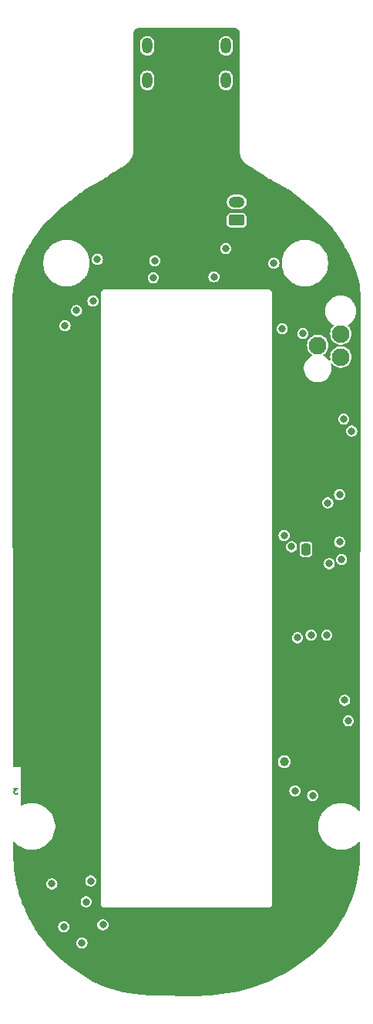
<source format=gbr>
%TF.GenerationSoftware,KiCad,Pcbnew,8.0.6*%
%TF.CreationDate,2024-11-04T21:33:25+05:30*%
%TF.ProjectId,Berrythe,42657272-7974-4686-952e-6b696361645f,rev?*%
%TF.SameCoordinates,Original*%
%TF.FileFunction,Copper,L3,Inr*%
%TF.FilePolarity,Positive*%
%FSLAX46Y46*%
G04 Gerber Fmt 4.6, Leading zero omitted, Abs format (unit mm)*
G04 Created by KiCad (PCBNEW 8.0.6) date 2024-11-04 21:33:25*
%MOMM*%
%LPD*%
G01*
G04 APERTURE LIST*
G04 Aperture macros list*
%AMRoundRect*
0 Rectangle with rounded corners*
0 $1 Rounding radius*
0 $2 $3 $4 $5 $6 $7 $8 $9 X,Y pos of 4 corners*
0 Add a 4 corners polygon primitive as box body*
4,1,4,$2,$3,$4,$5,$6,$7,$8,$9,$2,$3,0*
0 Add four circle primitives for the rounded corners*
1,1,$1+$1,$2,$3*
1,1,$1+$1,$4,$5*
1,1,$1+$1,$6,$7*
1,1,$1+$1,$8,$9*
0 Add four rect primitives between the rounded corners*
20,1,$1+$1,$2,$3,$4,$5,0*
20,1,$1+$1,$4,$5,$6,$7,0*
20,1,$1+$1,$6,$7,$8,$9,0*
20,1,$1+$1,$8,$9,$2,$3,0*%
G04 Aperture macros list end*
%ADD10C,0.150000*%
%TA.AperFunction,NonConductor*%
%ADD11C,0.150000*%
%TD*%
%TA.AperFunction,ComponentPad*%
%ADD12C,1.932000*%
%TD*%
%TA.AperFunction,ComponentPad*%
%ADD13C,2.500000*%
%TD*%
%TA.AperFunction,ComponentPad*%
%ADD14O,1.150000X1.750000*%
%TD*%
%TA.AperFunction,ComponentPad*%
%ADD15C,1.000000*%
%TD*%
%TA.AperFunction,ComponentPad*%
%ADD16RoundRect,0.250000X-0.250000X-0.400000X0.250000X-0.400000X0.250000X0.400000X-0.250000X0.400000X0*%
%TD*%
%TA.AperFunction,ComponentPad*%
%ADD17O,1.000000X1.300000*%
%TD*%
%TA.AperFunction,ComponentPad*%
%ADD18RoundRect,0.250000X0.625000X-0.350000X0.625000X0.350000X-0.625000X0.350000X-0.625000X-0.350000X0*%
%TD*%
%TA.AperFunction,ComponentPad*%
%ADD19O,1.750000X1.200000*%
%TD*%
%TA.AperFunction,ViaPad*%
%ADD20C,0.812800*%
%TD*%
G04 APERTURE END LIST*
D10*
D11*
X63415601Y-153818771D02*
X63044173Y-153818771D01*
X63044173Y-153818771D02*
X63244173Y-154047342D01*
X63244173Y-154047342D02*
X63158458Y-154047342D01*
X63158458Y-154047342D02*
X63101316Y-154075914D01*
X63101316Y-154075914D02*
X63072744Y-154104485D01*
X63072744Y-154104485D02*
X63044173Y-154161628D01*
X63044173Y-154161628D02*
X63044173Y-154304485D01*
X63044173Y-154304485D02*
X63072744Y-154361628D01*
X63072744Y-154361628D02*
X63101316Y-154390200D01*
X63101316Y-154390200D02*
X63158458Y-154418771D01*
X63158458Y-154418771D02*
X63329887Y-154418771D01*
X63329887Y-154418771D02*
X63387030Y-154390200D01*
X63387030Y-154390200D02*
X63415601Y-154361628D01*
D12*
%TO.N,GND*%
%TO.C,J4*%
X96400000Y-102700000D03*
%TO.N,/UART_TX*%
X98940000Y-103970000D03*
%TO.N,/SWCLK*%
X96400000Y-105240000D03*
%TO.N,/SWDIO*%
X98940000Y-106510000D03*
%TD*%
D13*
%TO.N,GND*%
%TO.C,TP1*%
X91100000Y-90200000D03*
%TD*%
D14*
%TO.N,unconnected-(J1-SHIELD-PadSH1)_1*%
%TO.C,J1*%
X86320000Y-76150000D03*
%TO.N,unconnected-(J1-SHIELD-PadSH1)_3*%
X77680000Y-76150000D03*
%TO.N,unconnected-(J1-SHIELD-PadSH1)_2*%
X86320000Y-72350000D03*
%TO.N,unconnected-(J1-SHIELD-PadSH1)*%
X77680000Y-72350000D03*
%TD*%
D15*
%TO.N,Net-(R28-Pad1)*%
%TO.C,SW1*%
X92730000Y-150900000D03*
%TO.N,GND*%
X95270000Y-150900000D03*
%TD*%
D16*
%TO.N,Net-(J2-Pin_1)*%
%TO.C,J3*%
X95100000Y-127600000D03*
D17*
%TO.N,GND*%
X96350000Y-127600000D03*
%TD*%
D18*
%TO.N,Net-(BT1--)*%
%TO.C,BT1*%
X87500000Y-91500000D03*
D19*
%TO.N,/VBAT_CHRG*%
X87500000Y-89500000D03*
%TD*%
D20*
%TO.N,/VBAT*%
X97661520Y-129161568D03*
X78343649Y-97788800D03*
X91578685Y-96213152D03*
X85000000Y-97700000D03*
X97500000Y-122499994D03*
%TO.N,GND*%
X98600000Y-125800000D03*
X80000000Y-74000000D03*
X87800000Y-85300000D03*
X65950000Y-133000000D03*
X70800000Y-88800000D03*
X76300000Y-92900000D03*
X98266318Y-118443439D03*
X100400000Y-110000000D03*
X80600000Y-90500000D03*
X94100000Y-113100000D03*
X85750000Y-96900000D03*
X82000000Y-78000000D03*
X63500000Y-160800000D03*
X77100000Y-92100000D03*
X98200000Y-116100000D03*
X72100000Y-101300000D03*
X83907191Y-89792143D03*
X97374999Y-140000000D03*
X70750000Y-142300000D03*
X69500000Y-169900000D03*
X76900000Y-167400000D03*
X97574999Y-141000000D03*
X78984000Y-97000000D03*
X93200000Y-119500000D03*
X72425228Y-92990401D03*
X99500257Y-145219202D03*
X96170367Y-142601158D03*
X82250000Y-82400000D03*
X87100000Y-80400000D03*
X71600000Y-92100000D03*
X69300000Y-93000000D03*
X100500000Y-127000000D03*
X79200000Y-93600000D03*
X70600000Y-93000000D03*
X92000000Y-152100000D03*
X91500000Y-173700000D03*
X82000000Y-73600000D03*
X84000000Y-74000000D03*
X66700000Y-163200000D03*
X85000000Y-75100000D03*
X78900000Y-88200000D03*
X100400000Y-153800000D03*
X91700000Y-94900000D03*
X70600000Y-117100000D03*
X64700000Y-118800000D03*
X74700000Y-95900000D03*
X94800000Y-99400000D03*
X77200000Y-77600000D03*
X97474999Y-139000000D03*
X76900000Y-87900000D03*
X71600000Y-165200000D03*
X91900000Y-100600000D03*
X94174999Y-139200000D03*
X89165125Y-94843962D03*
X72100000Y-139800000D03*
X96000000Y-91000000D03*
X85500000Y-91000000D03*
X91900000Y-127600000D03*
X91812800Y-115800000D03*
X72400642Y-91209600D03*
X82000000Y-79300000D03*
X79000000Y-75100000D03*
X83800000Y-91400000D03*
X70400000Y-173300000D03*
X70600000Y-91200000D03*
X69300000Y-102300000D03*
X64700000Y-109000000D03*
X89048788Y-96251576D03*
X94074999Y-140500000D03*
X70300000Y-105500000D03*
X95800000Y-139659467D03*
X72100000Y-118800000D03*
X72500000Y-167800000D03*
X76300000Y-91300000D03*
X100400000Y-99700000D03*
X98111200Y-128233136D03*
X90700000Y-167400000D03*
X78528284Y-92122077D03*
X97700000Y-94900000D03*
X85800000Y-83600000D03*
X100500000Y-147700000D03*
X100400000Y-161000000D03*
X94828435Y-154512638D03*
X93946700Y-106215217D03*
X63600000Y-150300000D03*
X63500000Y-101600000D03*
X90000000Y-169900000D03*
X83200000Y-171300000D03*
%TO.N,/3V3*%
X98800000Y-121600000D03*
X94772400Y-103927601D03*
%TO.N,/VUSB_SNS*%
X78496835Y-95934600D03*
X86300000Y-94600000D03*
%TO.N,/BLED*%
X95839372Y-154613970D03*
X70500000Y-170800000D03*
X94174999Y-137299996D03*
X72800000Y-168800000D03*
%TO.N,/GLED*%
X68500000Y-169000000D03*
X95674999Y-137000000D03*
X99350000Y-144150000D03*
X70968478Y-166275362D03*
%TO.N,/RLED*%
X67200000Y-164300000D03*
X97400000Y-137009602D03*
X71478685Y-163986848D03*
X99769898Y-146408214D03*
%TO.N,Net-(Q3-D)*%
X92700000Y-126068004D03*
X68638794Y-103071407D03*
X71711200Y-100361335D03*
X93900000Y-154100000D03*
X92500000Y-103400000D03*
%TO.N,Net-(U2-TEMP)*%
X72200000Y-95800000D03*
X69900000Y-101400000D03*
%TO.N,/SDA*%
X100125000Y-114625000D03*
X99010665Y-128705602D03*
%TO.N,/SCL*%
X99254812Y-113300000D03*
X98801590Y-126795801D03*
%TO.N,Net-(R28-Pad1)*%
X93514562Y-127314730D03*
%TD*%
%TA.AperFunction,Conductor*%
%TO.N,GND*%
G36*
X87257620Y-70406930D02*
G01*
X87287846Y-70407680D01*
X87292812Y-70407926D01*
X87316574Y-70409693D01*
X87321497Y-70410182D01*
X87345037Y-70413106D01*
X87349916Y-70413835D01*
X87373197Y-70417899D01*
X87378030Y-70418865D01*
X87401039Y-70424054D01*
X87405812Y-70425253D01*
X87428514Y-70431554D01*
X87433209Y-70432982D01*
X87455560Y-70440377D01*
X87460174Y-70442029D01*
X87482115Y-70450498D01*
X87486636Y-70452372D01*
X87508153Y-70461907D01*
X87512589Y-70464004D01*
X87533602Y-70474570D01*
X87537933Y-70476881D01*
X87555009Y-70486540D01*
X87558452Y-70488487D01*
X87562652Y-70491000D01*
X87582636Y-70503632D01*
X87586700Y-70506343D01*
X87596604Y-70513306D01*
X87606046Y-70519944D01*
X87610018Y-70522885D01*
X87628720Y-70537457D01*
X87632557Y-70540602D01*
X87650572Y-70556125D01*
X87654258Y-70559463D01*
X87671639Y-70576005D01*
X87675138Y-70579504D01*
X87691682Y-70596892D01*
X87694994Y-70600551D01*
X87700391Y-70606817D01*
X87710541Y-70618602D01*
X87713682Y-70622436D01*
X87728249Y-70641139D01*
X87731191Y-70645114D01*
X87744791Y-70664467D01*
X87747524Y-70668566D01*
X87756294Y-70682447D01*
X87760115Y-70688493D01*
X87762640Y-70692714D01*
X87774242Y-70713233D01*
X87776556Y-70717570D01*
X87787126Y-70738600D01*
X87789221Y-70743035D01*
X87798744Y-70764534D01*
X87800623Y-70769070D01*
X87809080Y-70790993D01*
X87810733Y-70795612D01*
X87818132Y-70817984D01*
X87819560Y-70822683D01*
X87825855Y-70845378D01*
X87827054Y-70850153D01*
X87832236Y-70873150D01*
X87833202Y-70877986D01*
X87837259Y-70901256D01*
X87837989Y-70906148D01*
X87840912Y-70929708D01*
X87841401Y-70934650D01*
X87843159Y-70958344D01*
X87843404Y-70963310D01*
X87844150Y-70993592D01*
X87844181Y-70996085D01*
X87842193Y-83937684D01*
X87841618Y-83948410D01*
X87841027Y-83953911D01*
X87841986Y-83994310D01*
X87840754Y-84008974D01*
X87840412Y-84014620D01*
X87841928Y-84036113D01*
X87842177Y-84043196D01*
X87842176Y-84051307D01*
X87842796Y-84056018D01*
X87842876Y-84081634D01*
X87842615Y-84083710D01*
X87842616Y-84083712D01*
X87843644Y-84091167D01*
X87844558Y-84102498D01*
X87844561Y-84102638D01*
X87845167Y-84106527D01*
X87846838Y-84114316D01*
X87847626Y-84120022D01*
X87848318Y-84126672D01*
X87850897Y-84163232D01*
X87852217Y-84169697D01*
X87851624Y-84169817D01*
X87855899Y-84198994D01*
X87855794Y-84201512D01*
X87855795Y-84201515D01*
X87862881Y-84233132D01*
X87864371Y-84241378D01*
X87868801Y-84273480D01*
X87868802Y-84273483D01*
X87870615Y-84277784D01*
X87878446Y-84313227D01*
X87878562Y-84316457D01*
X87878563Y-84316462D01*
X87888524Y-84348920D01*
X87890515Y-84356430D01*
X87897939Y-84389550D01*
X87898251Y-84390146D01*
X87898967Y-84391513D01*
X87908214Y-84421931D01*
X87908399Y-84421887D01*
X87909197Y-84425166D01*
X87909853Y-84427323D01*
X87909957Y-84428289D01*
X87909958Y-84428294D01*
X87922711Y-84461202D01*
X87925080Y-84468035D01*
X87935441Y-84501795D01*
X87935443Y-84501799D01*
X87935444Y-84501802D01*
X87935446Y-84501805D01*
X87935449Y-84501811D01*
X87935517Y-84501920D01*
X87935614Y-84502174D01*
X87938185Y-84507798D01*
X87937840Y-84507955D01*
X87946613Y-84530745D01*
X87947164Y-84530572D01*
X87949151Y-84536857D01*
X87964586Y-84569890D01*
X87967242Y-84576113D01*
X87976564Y-84600165D01*
X87980419Y-84610112D01*
X87983583Y-84615894D01*
X87982928Y-84616252D01*
X87992194Y-84636174D01*
X87993044Y-84635845D01*
X87995429Y-84641995D01*
X88013388Y-84674804D01*
X88016277Y-84680505D01*
X88020887Y-84690371D01*
X88032117Y-84714404D01*
X88035664Y-84719960D01*
X88034774Y-84720527D01*
X88044353Y-84738085D01*
X88045430Y-84737591D01*
X88048183Y-84743583D01*
X88068501Y-84775879D01*
X88071594Y-84781143D01*
X88089910Y-84814604D01*
X88093802Y-84819922D01*
X88092750Y-84820691D01*
X88102562Y-84836323D01*
X88103797Y-84835666D01*
X88106898Y-84841489D01*
X88129383Y-84872969D01*
X88132669Y-84877868D01*
X88153262Y-84910600D01*
X88157475Y-84915678D01*
X88156329Y-84916628D01*
X88166380Y-84930715D01*
X88167701Y-84929912D01*
X88171124Y-84935539D01*
X88195584Y-84965939D01*
X88199065Y-84970528D01*
X88221325Y-85001693D01*
X88221757Y-85002297D01*
X88226254Y-85007113D01*
X88225070Y-85008218D01*
X88235406Y-85021063D01*
X88236757Y-85020133D01*
X88240493Y-85025554D01*
X88240495Y-85025558D01*
X88240497Y-85025560D01*
X88266736Y-85054629D01*
X88270429Y-85058960D01*
X88294992Y-85089488D01*
X88294995Y-85089490D01*
X88299762Y-85094043D01*
X88298589Y-85095270D01*
X88309314Y-85107144D01*
X88310645Y-85106111D01*
X88314683Y-85111311D01*
X88314686Y-85111314D01*
X88314687Y-85111315D01*
X88342515Y-85138820D01*
X88346460Y-85142949D01*
X88372672Y-85171987D01*
X88377693Y-85176264D01*
X88376580Y-85177569D01*
X88387866Y-85188711D01*
X88389122Y-85187614D01*
X88393461Y-85192578D01*
X88422628Y-85218240D01*
X88426879Y-85222204D01*
X88454522Y-85249526D01*
X88454528Y-85249529D01*
X88459776Y-85253508D01*
X88458771Y-85254833D01*
X88470864Y-85265450D01*
X88471988Y-85264343D01*
X88476617Y-85269040D01*
X88506892Y-85292618D01*
X88511519Y-85296448D01*
X88522939Y-85306496D01*
X88540348Y-85321814D01*
X88545818Y-85325481D01*
X88544961Y-85326758D01*
X88558204Y-85337039D01*
X88559146Y-85335988D01*
X88564058Y-85340384D01*
X88595169Y-85361624D01*
X88600244Y-85365326D01*
X88629967Y-85388476D01*
X88629968Y-85388476D01*
X88629969Y-85388477D01*
X88635649Y-85391811D01*
X88634972Y-85392963D01*
X88649817Y-85403056D01*
X88650540Y-85402132D01*
X88655738Y-85406196D01*
X88676957Y-85418701D01*
X88687348Y-85424826D01*
X88692984Y-85428405D01*
X88723305Y-85449107D01*
X88723308Y-85449108D01*
X88726443Y-85450693D01*
X88737474Y-85455670D01*
X88778870Y-85478856D01*
X88779978Y-85479487D01*
X88784786Y-85482263D01*
X88785568Y-85482719D01*
X88820857Y-85503519D01*
X88823220Y-85504498D01*
X88833879Y-85509668D01*
X88945333Y-85572095D01*
X88968464Y-85585051D01*
X88970378Y-85586151D01*
X89156750Y-85695980D01*
X89158725Y-85697176D01*
X89470335Y-85891078D01*
X89551274Y-85941443D01*
X89553360Y-85942777D01*
X90176491Y-86352157D01*
X90362618Y-86474437D01*
X90362796Y-86474554D01*
X90707353Y-86701963D01*
X90716729Y-86708967D01*
X90717058Y-86709244D01*
X90759180Y-86736180D01*
X90760326Y-86736924D01*
X90801976Y-86764414D01*
X90801986Y-86764417D01*
X90802338Y-86764589D01*
X90812564Y-86770318D01*
X91086540Y-86945522D01*
X91095305Y-86952678D01*
X91095624Y-86952276D01*
X91100794Y-86956364D01*
X91100796Y-86956365D01*
X91100799Y-86956368D01*
X91140148Y-86979858D01*
X91142664Y-86981413D01*
X91178527Y-87004347D01*
X91181281Y-87006108D01*
X91187251Y-87008904D01*
X91187033Y-87009367D01*
X91197359Y-87014011D01*
X91434542Y-87155603D01*
X91442461Y-87160330D01*
X91452455Y-87167923D01*
X91452596Y-87167732D01*
X91457925Y-87171621D01*
X91469281Y-87177817D01*
X91496343Y-87192583D01*
X91499672Y-87194484D01*
X91537272Y-87216930D01*
X91537274Y-87216930D01*
X91537275Y-87216931D01*
X91543333Y-87219545D01*
X91543238Y-87219763D01*
X91554849Y-87224508D01*
X91567460Y-87231389D01*
X91613278Y-87256390D01*
X91623457Y-87263525D01*
X91623605Y-87263307D01*
X91629067Y-87266984D01*
X91629071Y-87266987D01*
X91668424Y-87286562D01*
X91671768Y-87288305D01*
X91710378Y-87309373D01*
X91710383Y-87309374D01*
X91716534Y-87311750D01*
X91716438Y-87311997D01*
X91728115Y-87316254D01*
X91771195Y-87337683D01*
X91780098Y-87342794D01*
X91780801Y-87343133D01*
X91780803Y-87343135D01*
X91826425Y-87365162D01*
X91827423Y-87365652D01*
X91873394Y-87388520D01*
X91882914Y-87392435D01*
X92057955Y-87476948D01*
X92060117Y-87478024D01*
X92272724Y-87587043D01*
X92274846Y-87588163D01*
X92477807Y-87698426D01*
X92479861Y-87699573D01*
X92646930Y-87795463D01*
X92674323Y-87811185D01*
X92676274Y-87812334D01*
X92863303Y-87925371D01*
X92865073Y-87926467D01*
X93042460Y-88038937D01*
X93043913Y-88039858D01*
X93046341Y-88041447D01*
X93127722Y-88096407D01*
X93395882Y-88277507D01*
X93398506Y-88279341D01*
X93733828Y-88521684D01*
X93735592Y-88522988D01*
X93957681Y-88690988D01*
X94067530Y-88774083D01*
X94068306Y-88774676D01*
X94223527Y-88894586D01*
X94749910Y-89301223D01*
X94750487Y-89301673D01*
X95097765Y-89574005D01*
X95302342Y-89734433D01*
X95316801Y-89745771D01*
X95318837Y-89747411D01*
X95731673Y-90088962D01*
X95869509Y-90202998D01*
X95871833Y-90204980D01*
X96406775Y-90675685D01*
X96408621Y-90677352D01*
X96665620Y-90915500D01*
X96666934Y-90916740D01*
X96905211Y-91146024D01*
X96919282Y-91159564D01*
X96920711Y-91160968D01*
X96936547Y-91176833D01*
X97166276Y-91406995D01*
X97167793Y-91408548D01*
X97180348Y-91421681D01*
X97361426Y-91611104D01*
X97405971Y-91657701D01*
X97407541Y-91659382D01*
X97547254Y-91812455D01*
X97637810Y-91911670D01*
X97639459Y-91913522D01*
X97861213Y-92168850D01*
X97862924Y-92170873D01*
X98075596Y-92429178D01*
X98077361Y-92431384D01*
X98280418Y-92692632D01*
X98282229Y-92695036D01*
X98374326Y-92821141D01*
X98475082Y-92959101D01*
X98476931Y-92961720D01*
X98659223Y-93228793D01*
X98661042Y-93231554D01*
X99144596Y-93992570D01*
X99146085Y-93994987D01*
X99218647Y-94116636D01*
X99375306Y-94379275D01*
X99376725Y-94381653D01*
X99377851Y-94383592D01*
X99379604Y-94386686D01*
X99601211Y-94777850D01*
X99602428Y-94780062D01*
X99815963Y-95180059D01*
X99817249Y-95182550D01*
X100019504Y-95588243D01*
X100020839Y-95591029D01*
X100210326Y-96002269D01*
X100211689Y-96005361D01*
X100387060Y-96422261D01*
X100388422Y-96425672D01*
X100548200Y-96848019D01*
X100549531Y-96851758D01*
X100692375Y-97279629D01*
X100693639Y-97283701D01*
X100818180Y-97717084D01*
X100819338Y-97721486D01*
X100870573Y-97935873D01*
X100911599Y-98107542D01*
X100924238Y-98160426D01*
X100925245Y-98165142D01*
X100945915Y-98274641D01*
X101009164Y-98609708D01*
X101009981Y-98614731D01*
X101071593Y-99065057D01*
X101072176Y-99070352D01*
X101110148Y-99526698D01*
X101110455Y-99532221D01*
X101123616Y-100001768D01*
X101123655Y-100004688D01*
X101067329Y-156217608D01*
X101048057Y-156276720D01*
X100997720Y-156313214D01*
X100935546Y-156313152D01*
X100895594Y-156288642D01*
X100702198Y-156095246D01*
X100702190Y-156095239D01*
X100478230Y-155916636D01*
X100478226Y-155916633D01*
X100406489Y-155871558D01*
X100235669Y-155764225D01*
X99977572Y-155639932D01*
X99707182Y-155545318D01*
X99707181Y-155545317D01*
X99707179Y-155545317D01*
X99427907Y-155481576D01*
X99427905Y-155481575D01*
X99427898Y-155481574D01*
X99427893Y-155481573D01*
X99427891Y-155481573D01*
X99143233Y-155449500D01*
X98856767Y-155449500D01*
X98572108Y-155481573D01*
X98572103Y-155481573D01*
X98572102Y-155481574D01*
X98572098Y-155481574D01*
X98572092Y-155481576D01*
X98292820Y-155545317D01*
X98157623Y-155592625D01*
X98022428Y-155639932D01*
X98022426Y-155639933D01*
X97764333Y-155764224D01*
X97521773Y-155916633D01*
X97521769Y-155916636D01*
X97297809Y-156095239D01*
X97297801Y-156095246D01*
X97095246Y-156297801D01*
X97095239Y-156297809D01*
X96916636Y-156521769D01*
X96916633Y-156521773D01*
X96764224Y-156764333D01*
X96639933Y-157022426D01*
X96545317Y-157292820D01*
X96481576Y-157572092D01*
X96481574Y-157572102D01*
X96449500Y-157856767D01*
X96449500Y-158143233D01*
X96481574Y-158427898D01*
X96545318Y-158707182D01*
X96639932Y-158977572D01*
X96764225Y-159235669D01*
X96871558Y-159406489D01*
X96916633Y-159478226D01*
X96916636Y-159478230D01*
X97082892Y-159686708D01*
X97095243Y-159702195D01*
X97297805Y-159904757D01*
X97521773Y-160083366D01*
X97764331Y-160235775D01*
X98022428Y-160360068D01*
X98292818Y-160454682D01*
X98572102Y-160518426D01*
X98856767Y-160550500D01*
X99143233Y-160550500D01*
X99427898Y-160518426D01*
X99707182Y-160454682D01*
X99977572Y-160360068D01*
X100235669Y-160235775D01*
X100478227Y-160083366D01*
X100702195Y-159904757D01*
X100892019Y-159714932D01*
X100947414Y-159686708D01*
X101008823Y-159696434D01*
X101052787Y-159740397D01*
X101063752Y-159786170D01*
X101062548Y-160989111D01*
X101062458Y-160993263D01*
X101016294Y-162084157D01*
X101015750Y-162091181D01*
X100896577Y-163147574D01*
X100895506Y-163154741D01*
X100703824Y-164182518D01*
X100702199Y-164189744D01*
X100438716Y-165188126D01*
X100436527Y-165195320D01*
X100101847Y-166163605D01*
X100099103Y-166170668D01*
X99693758Y-167108080D01*
X99690490Y-167114920D01*
X99214866Y-168020766D01*
X99211121Y-168027293D01*
X98665562Y-168900733D01*
X98661403Y-168906875D01*
X98046173Y-169747029D01*
X98041675Y-169752728D01*
X97357001Y-170558619D01*
X97352242Y-170563838D01*
X96598307Y-171334427D01*
X96593366Y-171339145D01*
X95770413Y-172073248D01*
X95765365Y-172077463D01*
X94873649Y-172773846D01*
X94868561Y-172777569D01*
X93908365Y-173434941D01*
X93903293Y-173438194D01*
X92874970Y-174055207D01*
X92869964Y-174058020D01*
X91771574Y-174634525D01*
X91767616Y-174636493D01*
X91182822Y-174911372D01*
X91179755Y-174912751D01*
X90593892Y-175164580D01*
X90590739Y-175165873D01*
X90005445Y-175394298D01*
X90002230Y-175395490D01*
X89416638Y-175601326D01*
X89413386Y-175602407D01*
X88826624Y-175786452D01*
X88823361Y-175787415D01*
X88234511Y-175950463D01*
X88231266Y-175951304D01*
X87639403Y-176094135D01*
X87636202Y-176094852D01*
X87040486Y-176218209D01*
X87037356Y-176218806D01*
X86436797Y-176323450D01*
X86433762Y-176323931D01*
X85827595Y-176410568D01*
X85824677Y-176410942D01*
X85211909Y-176480308D01*
X85209126Y-176480583D01*
X84589073Y-176533366D01*
X84586440Y-176533556D01*
X83958073Y-176570474D01*
X83955673Y-176570585D01*
X83318265Y-176592332D01*
X83316010Y-176592384D01*
X82668798Y-176599659D01*
X82666674Y-176599660D01*
X82005329Y-176593132D01*
X82004820Y-176593126D01*
X79485277Y-176555514D01*
X79483498Y-176555471D01*
X78206944Y-176513818D01*
X78203556Y-176513651D01*
X76933068Y-176429236D01*
X76929451Y-176428930D01*
X76472338Y-176381947D01*
X76307099Y-176364964D01*
X76304098Y-176364609D01*
X76219331Y-176353306D01*
X75687321Y-176282363D01*
X75683839Y-176281837D01*
X75077047Y-176179193D01*
X75073083Y-176178440D01*
X74478183Y-176053083D01*
X74473732Y-176052039D01*
X73892556Y-175901699D01*
X73887625Y-175900289D01*
X73321875Y-175722728D01*
X73316493Y-175720869D01*
X72767817Y-175513891D01*
X72762033Y-175511502D01*
X72227566Y-175270935D01*
X72223111Y-175268796D01*
X71672711Y-174987780D01*
X71669806Y-174986237D01*
X71132174Y-174689188D01*
X71129293Y-174687533D01*
X70608403Y-174376851D01*
X70605551Y-174375085D01*
X70101347Y-174051093D01*
X70098532Y-174049217D01*
X69611089Y-173712314D01*
X69608318Y-173710328D01*
X69137703Y-173360910D01*
X69134981Y-173358816D01*
X68935452Y-173199825D01*
X68681186Y-172997218D01*
X68678538Y-172995032D01*
X68241657Y-172621665D01*
X68239053Y-172619361D01*
X67819137Y-172234604D01*
X67816602Y-172232199D01*
X67555921Y-171976132D01*
X67413675Y-171836404D01*
X67411221Y-171833908D01*
X67025339Y-171427447D01*
X67022958Y-171424850D01*
X66654131Y-171008046D01*
X66651836Y-171005358D01*
X66603808Y-170947079D01*
X66482595Y-170799996D01*
X69885419Y-170799996D01*
X69885419Y-170800003D01*
X69903276Y-170947073D01*
X69903277Y-170947075D01*
X69903277Y-170947076D01*
X69903278Y-170947079D01*
X69926400Y-171008046D01*
X69955816Y-171085610D01*
X69955816Y-171085611D01*
X70039979Y-171207542D01*
X70039980Y-171207543D01*
X70150878Y-171305790D01*
X70282063Y-171374641D01*
X70282064Y-171374641D01*
X70282067Y-171374643D01*
X70425920Y-171410100D01*
X70425924Y-171410100D01*
X70574076Y-171410100D01*
X70574080Y-171410100D01*
X70717933Y-171374643D01*
X70849122Y-171305790D01*
X70960020Y-171207543D01*
X71044184Y-171085610D01*
X71096722Y-170947079D01*
X71114581Y-170800000D01*
X71096722Y-170652921D01*
X71044184Y-170514390D01*
X70960020Y-170392457D01*
X70960016Y-170392453D01*
X70849121Y-170294209D01*
X70717935Y-170225358D01*
X70717937Y-170225358D01*
X70574080Y-170189900D01*
X70425920Y-170189900D01*
X70425919Y-170189900D01*
X70282063Y-170225358D01*
X70150878Y-170294209D01*
X70039983Y-170392453D01*
X70039979Y-170392457D01*
X69955816Y-170514388D01*
X69955816Y-170514389D01*
X69903277Y-170652924D01*
X69903276Y-170652926D01*
X69885419Y-170799996D01*
X66482595Y-170799996D01*
X66300190Y-170578660D01*
X66297988Y-170575889D01*
X66157369Y-170392457D01*
X65963517Y-170139586D01*
X65961413Y-170136739D01*
X65683929Y-169747029D01*
X65644189Y-169691216D01*
X65642184Y-169688291D01*
X65590572Y-169610099D01*
X65342282Y-169233937D01*
X65340380Y-169230941D01*
X65332905Y-169218696D01*
X65199405Y-168999996D01*
X67885419Y-168999996D01*
X67885419Y-169000003D01*
X67903276Y-169147073D01*
X67903277Y-169147075D01*
X67903277Y-169147076D01*
X67903278Y-169147079D01*
X67926209Y-169207542D01*
X67955816Y-169285610D01*
X67955816Y-169285611D01*
X68030055Y-169393164D01*
X68039980Y-169407543D01*
X68150878Y-169505790D01*
X68282063Y-169574641D01*
X68282064Y-169574641D01*
X68282067Y-169574643D01*
X68425920Y-169610100D01*
X68425924Y-169610100D01*
X68574076Y-169610100D01*
X68574080Y-169610100D01*
X68717933Y-169574643D01*
X68849122Y-169505790D01*
X68960020Y-169407543D01*
X69044184Y-169285610D01*
X69096722Y-169147079D01*
X69114581Y-169000000D01*
X69108155Y-168947079D01*
X69096723Y-168852926D01*
X69096722Y-168852924D01*
X69096722Y-168852921D01*
X69076650Y-168799996D01*
X72185419Y-168799996D01*
X72185419Y-168800003D01*
X72203276Y-168947073D01*
X72203277Y-168947075D01*
X72203277Y-168947076D01*
X72203278Y-168947079D01*
X72255816Y-169085610D01*
X72255816Y-169085611D01*
X72339979Y-169207542D01*
X72339983Y-169207546D01*
X72428099Y-169285610D01*
X72450878Y-169305790D01*
X72582063Y-169374641D01*
X72582064Y-169374641D01*
X72582067Y-169374643D01*
X72725920Y-169410100D01*
X72725924Y-169410100D01*
X72874076Y-169410100D01*
X72874080Y-169410100D01*
X73017933Y-169374643D01*
X73149122Y-169305790D01*
X73260020Y-169207543D01*
X73344184Y-169085610D01*
X73396722Y-168947079D01*
X73402350Y-168900733D01*
X73414581Y-168800003D01*
X73414581Y-168799996D01*
X73396723Y-168652926D01*
X73396722Y-168652924D01*
X73396722Y-168652921D01*
X73344184Y-168514390D01*
X73260020Y-168392457D01*
X73260016Y-168392453D01*
X73149121Y-168294209D01*
X73017935Y-168225358D01*
X73017937Y-168225358D01*
X72874080Y-168189900D01*
X72725920Y-168189900D01*
X72725919Y-168189900D01*
X72582063Y-168225358D01*
X72450878Y-168294209D01*
X72339983Y-168392453D01*
X72339979Y-168392457D01*
X72255816Y-168514388D01*
X72255816Y-168514389D01*
X72203277Y-168652924D01*
X72203276Y-168652926D01*
X72185419Y-168799996D01*
X69076650Y-168799996D01*
X69044184Y-168714390D01*
X68987049Y-168631616D01*
X68960020Y-168592457D01*
X68960016Y-168592453D01*
X68849121Y-168494209D01*
X68717935Y-168425358D01*
X68717937Y-168425358D01*
X68574080Y-168389900D01*
X68425920Y-168389900D01*
X68425919Y-168389900D01*
X68282063Y-168425358D01*
X68150878Y-168494209D01*
X68039983Y-168592453D01*
X68039979Y-168592457D01*
X67955816Y-168714388D01*
X67955816Y-168714389D01*
X67903277Y-168852924D01*
X67903276Y-168852926D01*
X67885419Y-168999996D01*
X65199405Y-168999996D01*
X65057845Y-168768093D01*
X65056045Y-168765024D01*
X64980952Y-168631616D01*
X64790919Y-168294007D01*
X64789239Y-168290895D01*
X64755342Y-168225357D01*
X64541604Y-167812102D01*
X64540030Y-167808922D01*
X64392813Y-167497816D01*
X64309932Y-167322670D01*
X64308479Y-167319451D01*
X64249461Y-167182426D01*
X64096035Y-166826206D01*
X64094692Y-166822931D01*
X63992647Y-166560973D01*
X63899899Y-166322882D01*
X63898678Y-166319574D01*
X63883221Y-166275358D01*
X70353897Y-166275358D01*
X70353897Y-166275365D01*
X70371754Y-166422435D01*
X70371755Y-166422437D01*
X70371755Y-166422438D01*
X70371756Y-166422441D01*
X70400472Y-166498159D01*
X70424294Y-166560972D01*
X70424294Y-166560973D01*
X70508457Y-166682904D01*
X70508458Y-166682905D01*
X70619356Y-166781152D01*
X70750541Y-166850003D01*
X70750542Y-166850003D01*
X70750545Y-166850005D01*
X70894398Y-166885462D01*
X70894402Y-166885462D01*
X71042554Y-166885462D01*
X71042558Y-166885462D01*
X71186411Y-166850005D01*
X71317600Y-166781152D01*
X71428498Y-166682905D01*
X71512662Y-166560972D01*
X71565200Y-166422441D01*
X71577288Y-166322892D01*
X71583059Y-166275365D01*
X71583059Y-166275358D01*
X71565201Y-166128288D01*
X71565200Y-166128286D01*
X71565200Y-166128283D01*
X71512662Y-165989752D01*
X71428498Y-165867819D01*
X71428494Y-165867815D01*
X71317599Y-165769571D01*
X71186413Y-165700720D01*
X71186415Y-165700720D01*
X71042558Y-165665262D01*
X70894398Y-165665262D01*
X70894397Y-165665262D01*
X70750541Y-165700720D01*
X70619356Y-165769571D01*
X70508461Y-165867815D01*
X70508457Y-165867819D01*
X70424294Y-165989750D01*
X70424294Y-165989751D01*
X70371755Y-166128286D01*
X70371754Y-166128288D01*
X70353897Y-166275358D01*
X63883221Y-166275358D01*
X63846622Y-166170668D01*
X63721672Y-165813247D01*
X63720585Y-165809956D01*
X63561385Y-165297555D01*
X63560404Y-165294190D01*
X63485675Y-165020200D01*
X63419121Y-164776184D01*
X63418276Y-164772857D01*
X63306857Y-164299996D01*
X66585419Y-164299996D01*
X66585419Y-164300003D01*
X66603276Y-164447073D01*
X66603277Y-164447075D01*
X66603277Y-164447076D01*
X66603278Y-164447079D01*
X66646668Y-164561489D01*
X66655816Y-164585610D01*
X66655816Y-164585611D01*
X66739979Y-164707542D01*
X66739980Y-164707543D01*
X66850878Y-164805790D01*
X66982063Y-164874641D01*
X66982064Y-164874641D01*
X66982067Y-164874643D01*
X67125920Y-164910100D01*
X67125924Y-164910100D01*
X67274076Y-164910100D01*
X67274080Y-164910100D01*
X67417933Y-164874643D01*
X67549122Y-164805790D01*
X67660020Y-164707543D01*
X67744184Y-164585610D01*
X67796722Y-164447079D01*
X67796723Y-164447073D01*
X67814581Y-164300003D01*
X67814581Y-164299996D01*
X67796723Y-164152926D01*
X67796722Y-164152924D01*
X67796722Y-164152921D01*
X67744184Y-164014390D01*
X67725175Y-163986851D01*
X67725170Y-163986844D01*
X70864104Y-163986844D01*
X70864104Y-163986851D01*
X70881961Y-164133921D01*
X70881962Y-164133923D01*
X70881962Y-164133924D01*
X70881963Y-164133927D01*
X70901773Y-164186162D01*
X70934501Y-164272458D01*
X70934501Y-164272459D01*
X71018664Y-164394390D01*
X71018668Y-164394394D01*
X71129563Y-164492638D01*
X71260748Y-164561489D01*
X71260749Y-164561489D01*
X71260752Y-164561491D01*
X71404605Y-164596948D01*
X71404609Y-164596948D01*
X71552761Y-164596948D01*
X71552765Y-164596948D01*
X71696618Y-164561491D01*
X71827807Y-164492638D01*
X71938705Y-164394391D01*
X72022869Y-164272458D01*
X72075407Y-164133927D01*
X72093266Y-163986848D01*
X72081804Y-163892453D01*
X72075408Y-163839774D01*
X72075407Y-163839772D01*
X72075407Y-163839769D01*
X72022869Y-163701238D01*
X71938705Y-163579305D01*
X71938701Y-163579301D01*
X71827806Y-163481057D01*
X71696620Y-163412206D01*
X71696622Y-163412206D01*
X71552765Y-163376748D01*
X71404605Y-163376748D01*
X71404604Y-163376748D01*
X71260748Y-163412206D01*
X71129563Y-163481057D01*
X71018668Y-163579301D01*
X71018664Y-163579305D01*
X70934501Y-163701236D01*
X70934501Y-163701237D01*
X70881962Y-163839772D01*
X70881961Y-163839774D01*
X70864104Y-163986844D01*
X67725170Y-163986844D01*
X67660020Y-163892457D01*
X67660016Y-163892453D01*
X67549121Y-163794209D01*
X67417935Y-163725358D01*
X67417937Y-163725358D01*
X67274080Y-163689900D01*
X67125920Y-163689900D01*
X67125919Y-163689900D01*
X66982063Y-163725358D01*
X66850878Y-163794209D01*
X66739983Y-163892453D01*
X66739979Y-163892457D01*
X66655816Y-164014388D01*
X66655816Y-164014389D01*
X66655816Y-164014390D01*
X66610482Y-164133927D01*
X66603277Y-164152924D01*
X66603276Y-164152926D01*
X66585419Y-164299996D01*
X63306857Y-164299996D01*
X63294958Y-164249496D01*
X63294233Y-164246157D01*
X63188980Y-163717888D01*
X63188363Y-163714480D01*
X63184344Y-163689900D01*
X63101259Y-163181691D01*
X63100759Y-163178260D01*
X63049965Y-162782298D01*
X63031873Y-162641266D01*
X63031495Y-162637858D01*
X62980905Y-162096965D01*
X62980649Y-162093600D01*
X62948446Y-161549269D01*
X62948303Y-161545858D01*
X62936168Y-161062207D01*
X62934503Y-160995870D01*
X62934473Y-160993589D01*
X62933379Y-159783291D01*
X62952538Y-159724143D01*
X63002805Y-159687553D01*
X63064980Y-159687497D01*
X63105114Y-159712066D01*
X63297805Y-159904757D01*
X63521773Y-160083366D01*
X63764331Y-160235775D01*
X64022428Y-160360068D01*
X64292818Y-160454682D01*
X64572102Y-160518426D01*
X64856767Y-160550500D01*
X65143233Y-160550500D01*
X65427898Y-160518426D01*
X65707182Y-160454682D01*
X65977572Y-160360068D01*
X66235669Y-160235775D01*
X66478227Y-160083366D01*
X66702195Y-159904757D01*
X66904757Y-159702195D01*
X67083366Y-159478227D01*
X67235775Y-159235669D01*
X67360068Y-158977572D01*
X67454682Y-158707182D01*
X67518426Y-158427898D01*
X67550500Y-158143233D01*
X67550500Y-157856767D01*
X67518426Y-157572102D01*
X67454682Y-157292818D01*
X67360068Y-157022428D01*
X67235775Y-156764331D01*
X67083366Y-156521773D01*
X66904757Y-156297805D01*
X66702195Y-156095243D01*
X66702190Y-156095239D01*
X66478230Y-155916636D01*
X66478226Y-155916633D01*
X66406489Y-155871558D01*
X66235669Y-155764225D01*
X65977572Y-155639932D01*
X65707182Y-155545318D01*
X65707181Y-155545317D01*
X65707179Y-155545317D01*
X65427907Y-155481576D01*
X65427905Y-155481575D01*
X65427898Y-155481574D01*
X65427893Y-155481573D01*
X65427891Y-155481573D01*
X65143233Y-155449500D01*
X64856767Y-155449500D01*
X64572108Y-155481573D01*
X64572103Y-155481573D01*
X64572102Y-155481574D01*
X64572098Y-155481574D01*
X64572092Y-155481576D01*
X64292820Y-155545317D01*
X64157623Y-155592625D01*
X64022428Y-155639932D01*
X64022426Y-155639933D01*
X64022420Y-155639935D01*
X63894248Y-155701660D01*
X63832637Y-155710005D01*
X63777887Y-155680543D01*
X63750910Y-155624526D01*
X63750000Y-155611022D01*
X63750000Y-151500000D01*
X63026399Y-151500000D01*
X62967268Y-151480787D01*
X62930723Y-151430487D01*
X62925799Y-151399491D01*
X62882097Y-103071403D01*
X68024213Y-103071403D01*
X68024213Y-103071410D01*
X68042070Y-103218480D01*
X68042071Y-103218482D01*
X68042071Y-103218483D01*
X68042072Y-103218486D01*
X68079624Y-103317501D01*
X68094610Y-103357017D01*
X68094610Y-103357018D01*
X68178773Y-103478949D01*
X68178777Y-103478953D01*
X68254054Y-103545642D01*
X68289672Y-103577197D01*
X68420857Y-103646048D01*
X68420858Y-103646048D01*
X68420861Y-103646050D01*
X68564714Y-103681507D01*
X68564718Y-103681507D01*
X68712870Y-103681507D01*
X68712874Y-103681507D01*
X68856727Y-103646050D01*
X68987916Y-103577197D01*
X69098814Y-103478950D01*
X69182978Y-103357017D01*
X69235516Y-103218486D01*
X69253375Y-103071407D01*
X69248057Y-103027613D01*
X69235517Y-102924333D01*
X69235516Y-102924331D01*
X69235516Y-102924328D01*
X69182978Y-102785797D01*
X69162458Y-102756069D01*
X69098814Y-102663864D01*
X69098810Y-102663860D01*
X68987915Y-102565616D01*
X68856729Y-102496765D01*
X68856731Y-102496765D01*
X68712874Y-102461307D01*
X68564714Y-102461307D01*
X68564713Y-102461307D01*
X68420857Y-102496765D01*
X68289672Y-102565616D01*
X68178777Y-102663860D01*
X68178773Y-102663864D01*
X68094610Y-102785795D01*
X68094610Y-102785796D01*
X68042071Y-102924331D01*
X68042070Y-102924333D01*
X68024213Y-103071403D01*
X62882097Y-103071403D01*
X62880586Y-101399996D01*
X69285419Y-101399996D01*
X69285419Y-101400003D01*
X69303276Y-101547073D01*
X69303277Y-101547075D01*
X69303277Y-101547076D01*
X69303278Y-101547079D01*
X69355816Y-101685610D01*
X69355816Y-101685611D01*
X69437337Y-101803714D01*
X69439980Y-101807543D01*
X69550878Y-101905790D01*
X69682063Y-101974641D01*
X69682064Y-101974641D01*
X69682067Y-101974643D01*
X69825920Y-102010100D01*
X69825924Y-102010100D01*
X69974076Y-102010100D01*
X69974080Y-102010100D01*
X70117933Y-101974643D01*
X70249122Y-101905790D01*
X70360020Y-101807543D01*
X70444184Y-101685610D01*
X70496722Y-101547079D01*
X70514581Y-101400000D01*
X70509496Y-101358124D01*
X70496723Y-101252926D01*
X70496722Y-101252924D01*
X70496722Y-101252921D01*
X70444184Y-101114390D01*
X70360020Y-100992457D01*
X70360016Y-100992453D01*
X70249121Y-100894209D01*
X70117935Y-100825358D01*
X70117937Y-100825358D01*
X69974080Y-100789900D01*
X69825920Y-100789900D01*
X69825919Y-100789900D01*
X69682063Y-100825358D01*
X69550878Y-100894209D01*
X69439983Y-100992453D01*
X69439979Y-100992457D01*
X69355816Y-101114388D01*
X69355816Y-101114389D01*
X69303277Y-101252924D01*
X69303276Y-101252926D01*
X69285419Y-101399996D01*
X62880586Y-101399996D01*
X62879647Y-100361331D01*
X71096619Y-100361331D01*
X71096619Y-100361338D01*
X71114476Y-100508408D01*
X71114477Y-100508410D01*
X71114477Y-100508411D01*
X71114478Y-100508414D01*
X71167016Y-100646945D01*
X71167016Y-100646946D01*
X71251179Y-100768877D01*
X71251183Y-100768881D01*
X71314933Y-100825358D01*
X71362078Y-100867125D01*
X71493263Y-100935976D01*
X71493264Y-100935976D01*
X71493267Y-100935978D01*
X71637120Y-100971435D01*
X71637124Y-100971435D01*
X71785276Y-100971435D01*
X71785280Y-100971435D01*
X71929133Y-100935978D01*
X72060322Y-100867125D01*
X72171220Y-100768878D01*
X72255384Y-100646945D01*
X72307922Y-100508414D01*
X72325781Y-100361335D01*
X72323451Y-100342148D01*
X72307923Y-100214261D01*
X72307922Y-100214259D01*
X72307922Y-100214256D01*
X72255384Y-100075725D01*
X72236049Y-100047714D01*
X72171220Y-99953792D01*
X72171216Y-99953788D01*
X72060321Y-99855544D01*
X71929135Y-99786693D01*
X71929137Y-99786693D01*
X71785280Y-99751235D01*
X71637120Y-99751235D01*
X71637119Y-99751235D01*
X71493263Y-99786693D01*
X71362078Y-99855544D01*
X71251183Y-99953788D01*
X71251179Y-99953792D01*
X71167016Y-100075723D01*
X71167016Y-100075724D01*
X71114477Y-100214259D01*
X71114476Y-100214261D01*
X71096619Y-100361331D01*
X62879647Y-100361331D01*
X62879325Y-100005528D01*
X62879362Y-100002742D01*
X62879389Y-100001768D01*
X62892055Y-99532484D01*
X62892356Y-99526971D01*
X62898973Y-99446428D01*
X72593100Y-99446428D01*
X72593100Y-166553571D01*
X72620831Y-166657060D01*
X72674397Y-166749839D01*
X72674399Y-166749842D01*
X72750158Y-166825601D01*
X72750160Y-166825602D01*
X72842939Y-166879168D01*
X72842943Y-166879170D01*
X72946431Y-166906900D01*
X91053569Y-166906900D01*
X91157057Y-166879170D01*
X91249842Y-166825601D01*
X91325601Y-166749842D01*
X91379170Y-166657057D01*
X91406900Y-166553569D01*
X91406900Y-154099996D01*
X93285419Y-154099996D01*
X93285419Y-154100003D01*
X93303276Y-154247073D01*
X93303277Y-154247075D01*
X93303277Y-154247076D01*
X93303278Y-154247079D01*
X93334103Y-154328358D01*
X93355816Y-154385610D01*
X93355816Y-154385611D01*
X93411920Y-154466891D01*
X93439980Y-154507543D01*
X93550878Y-154605790D01*
X93682063Y-154674641D01*
X93682064Y-154674641D01*
X93682067Y-154674643D01*
X93825920Y-154710100D01*
X93825924Y-154710100D01*
X93974076Y-154710100D01*
X93974080Y-154710100D01*
X94117933Y-154674643D01*
X94233544Y-154613966D01*
X95224791Y-154613966D01*
X95224791Y-154613973D01*
X95242648Y-154761043D01*
X95242649Y-154761045D01*
X95242649Y-154761046D01*
X95242650Y-154761049D01*
X95295188Y-154899580D01*
X95295188Y-154899581D01*
X95379351Y-155021512D01*
X95379352Y-155021513D01*
X95490250Y-155119760D01*
X95621435Y-155188611D01*
X95621436Y-155188611D01*
X95621439Y-155188613D01*
X95765292Y-155224070D01*
X95765296Y-155224070D01*
X95913448Y-155224070D01*
X95913452Y-155224070D01*
X96057305Y-155188613D01*
X96188494Y-155119760D01*
X96299392Y-155021513D01*
X96383556Y-154899580D01*
X96436094Y-154761049D01*
X96436095Y-154761043D01*
X96453953Y-154613973D01*
X96453953Y-154613966D01*
X96436095Y-154466896D01*
X96436094Y-154466894D01*
X96436094Y-154466891D01*
X96383556Y-154328360D01*
X96299392Y-154206427D01*
X96299388Y-154206423D01*
X96188493Y-154108179D01*
X96057307Y-154039328D01*
X96057309Y-154039328D01*
X95913452Y-154003870D01*
X95765292Y-154003870D01*
X95765291Y-154003870D01*
X95621435Y-154039328D01*
X95490250Y-154108179D01*
X95379355Y-154206423D01*
X95379351Y-154206427D01*
X95295188Y-154328358D01*
X95295188Y-154328359D01*
X95242649Y-154466894D01*
X95242648Y-154466896D01*
X95224791Y-154613966D01*
X94233544Y-154613966D01*
X94249122Y-154605790D01*
X94360020Y-154507543D01*
X94444184Y-154385610D01*
X94496722Y-154247079D01*
X94514581Y-154100000D01*
X94502908Y-154003870D01*
X94496723Y-153952926D01*
X94496722Y-153952924D01*
X94496722Y-153952921D01*
X94444184Y-153814390D01*
X94360020Y-153692457D01*
X94360016Y-153692453D01*
X94249121Y-153594209D01*
X94117935Y-153525358D01*
X94117937Y-153525358D01*
X93974080Y-153489900D01*
X93825920Y-153489900D01*
X93825919Y-153489900D01*
X93682063Y-153525358D01*
X93550878Y-153594209D01*
X93439983Y-153692453D01*
X93439979Y-153692457D01*
X93355816Y-153814388D01*
X93355816Y-153814389D01*
X93303277Y-153952924D01*
X93303276Y-153952926D01*
X93285419Y-154099996D01*
X91406900Y-154099996D01*
X91406900Y-150900000D01*
X92021132Y-150900000D01*
X92041730Y-151069642D01*
X92102329Y-151229427D01*
X92102329Y-151229428D01*
X92199404Y-151370065D01*
X92199408Y-151370069D01*
X92327314Y-151483385D01*
X92327315Y-151483386D01*
X92327317Y-151483387D01*
X92478628Y-151562801D01*
X92478629Y-151562801D01*
X92478632Y-151562803D01*
X92644555Y-151603700D01*
X92644559Y-151603700D01*
X92815441Y-151603700D01*
X92815445Y-151603700D01*
X92981368Y-151562803D01*
X93132683Y-151483387D01*
X93260595Y-151370066D01*
X93357671Y-151229427D01*
X93418270Y-151069643D01*
X93438868Y-150900000D01*
X93418270Y-150730357D01*
X93357671Y-150570573D01*
X93260595Y-150429934D01*
X93260591Y-150429930D01*
X93132685Y-150316614D01*
X93132684Y-150316613D01*
X92981370Y-150237198D01*
X92981372Y-150237198D01*
X92815445Y-150196300D01*
X92644555Y-150196300D01*
X92644554Y-150196300D01*
X92478628Y-150237198D01*
X92327315Y-150316613D01*
X92327314Y-150316614D01*
X92199408Y-150429930D01*
X92199404Y-150429934D01*
X92102329Y-150570571D01*
X92102329Y-150570572D01*
X92041730Y-150730357D01*
X92021132Y-150900000D01*
X91406900Y-150900000D01*
X91406900Y-146408210D01*
X99155317Y-146408210D01*
X99155317Y-146408217D01*
X99173174Y-146555287D01*
X99173175Y-146555289D01*
X99173175Y-146555290D01*
X99173176Y-146555293D01*
X99225714Y-146693824D01*
X99225714Y-146693825D01*
X99309877Y-146815756D01*
X99309878Y-146815757D01*
X99420776Y-146914004D01*
X99551961Y-146982855D01*
X99551962Y-146982855D01*
X99551965Y-146982857D01*
X99695818Y-147018314D01*
X99695822Y-147018314D01*
X99843974Y-147018314D01*
X99843978Y-147018314D01*
X99987831Y-146982857D01*
X100119020Y-146914004D01*
X100229918Y-146815757D01*
X100314082Y-146693824D01*
X100366620Y-146555293D01*
X100384479Y-146408214D01*
X100366620Y-146261135D01*
X100314082Y-146122604D01*
X100229918Y-146000671D01*
X100229914Y-146000667D01*
X100119019Y-145902423D01*
X99987833Y-145833572D01*
X99987835Y-145833572D01*
X99843978Y-145798114D01*
X99695818Y-145798114D01*
X99695817Y-145798114D01*
X99551961Y-145833572D01*
X99420776Y-145902423D01*
X99309881Y-146000667D01*
X99309877Y-146000671D01*
X99225714Y-146122602D01*
X99225714Y-146122603D01*
X99173175Y-146261138D01*
X99173174Y-146261140D01*
X99155317Y-146408210D01*
X91406900Y-146408210D01*
X91406900Y-144149996D01*
X98735419Y-144149996D01*
X98735419Y-144150003D01*
X98753276Y-144297073D01*
X98753277Y-144297075D01*
X98753277Y-144297076D01*
X98753278Y-144297079D01*
X98805816Y-144435610D01*
X98805816Y-144435611D01*
X98889979Y-144557542D01*
X98889980Y-144557543D01*
X99000878Y-144655790D01*
X99132063Y-144724641D01*
X99132064Y-144724641D01*
X99132067Y-144724643D01*
X99275920Y-144760100D01*
X99275924Y-144760100D01*
X99424076Y-144760100D01*
X99424080Y-144760100D01*
X99567933Y-144724643D01*
X99699122Y-144655790D01*
X99810020Y-144557543D01*
X99894184Y-144435610D01*
X99946722Y-144297079D01*
X99964581Y-144150000D01*
X99946722Y-144002921D01*
X99894184Y-143864390D01*
X99810020Y-143742457D01*
X99810016Y-143742453D01*
X99699121Y-143644209D01*
X99567935Y-143575358D01*
X99567937Y-143575358D01*
X99424080Y-143539900D01*
X99275920Y-143539900D01*
X99275919Y-143539900D01*
X99132063Y-143575358D01*
X99000878Y-143644209D01*
X98889983Y-143742453D01*
X98889979Y-143742457D01*
X98805816Y-143864388D01*
X98805816Y-143864389D01*
X98753277Y-144002924D01*
X98753276Y-144002926D01*
X98735419Y-144149996D01*
X91406900Y-144149996D01*
X91406900Y-137299992D01*
X93560418Y-137299992D01*
X93560418Y-137299999D01*
X93578275Y-137447069D01*
X93578276Y-137447071D01*
X93578276Y-137447072D01*
X93578277Y-137447075D01*
X93626657Y-137574641D01*
X93630815Y-137585606D01*
X93630815Y-137585607D01*
X93714978Y-137707538D01*
X93714979Y-137707539D01*
X93825877Y-137805786D01*
X93957062Y-137874637D01*
X93957063Y-137874637D01*
X93957066Y-137874639D01*
X94100919Y-137910096D01*
X94100923Y-137910096D01*
X94249075Y-137910096D01*
X94249079Y-137910096D01*
X94392932Y-137874639D01*
X94524121Y-137805786D01*
X94635019Y-137707539D01*
X94719183Y-137585606D01*
X94771721Y-137447075D01*
X94775355Y-137417148D01*
X94789580Y-137299999D01*
X94789580Y-137299992D01*
X94771722Y-137152922D01*
X94771721Y-137152920D01*
X94771721Y-137152917D01*
X94719183Y-137014386D01*
X94709250Y-136999996D01*
X95060418Y-136999996D01*
X95060418Y-137000003D01*
X95078275Y-137147073D01*
X95078276Y-137147075D01*
X95078276Y-137147076D01*
X95078277Y-137147079D01*
X95081919Y-137156681D01*
X95130815Y-137285610D01*
X95130815Y-137285611D01*
X95214978Y-137407542D01*
X95214982Y-137407546D01*
X95259597Y-137447071D01*
X95325877Y-137505790D01*
X95457062Y-137574641D01*
X95457063Y-137574641D01*
X95457066Y-137574643D01*
X95600919Y-137610100D01*
X95600923Y-137610100D01*
X95749075Y-137610100D01*
X95749079Y-137610100D01*
X95892932Y-137574643D01*
X96024121Y-137505790D01*
X96135019Y-137407543D01*
X96219183Y-137285610D01*
X96271721Y-137147079D01*
X96271722Y-137147073D01*
X96288415Y-137009598D01*
X96785419Y-137009598D01*
X96785419Y-137009605D01*
X96803276Y-137156675D01*
X96803277Y-137156677D01*
X96803277Y-137156678D01*
X96803278Y-137156681D01*
X96852174Y-137285610D01*
X96855816Y-137295212D01*
X96855816Y-137295213D01*
X96933352Y-137407543D01*
X96939980Y-137417145D01*
X97050878Y-137515392D01*
X97182063Y-137584243D01*
X97182064Y-137584243D01*
X97182067Y-137584245D01*
X97325920Y-137619702D01*
X97325924Y-137619702D01*
X97474076Y-137619702D01*
X97474080Y-137619702D01*
X97617933Y-137584245D01*
X97749122Y-137515392D01*
X97860020Y-137417145D01*
X97944184Y-137295212D01*
X97996722Y-137156681D01*
X97996723Y-137156675D01*
X98014581Y-137009605D01*
X98014581Y-137009598D01*
X97996723Y-136862528D01*
X97996722Y-136862526D01*
X97996722Y-136862523D01*
X97944184Y-136723992D01*
X97937556Y-136714390D01*
X97860020Y-136602059D01*
X97860016Y-136602055D01*
X97749121Y-136503811D01*
X97617935Y-136434960D01*
X97617937Y-136434960D01*
X97474080Y-136399502D01*
X97325920Y-136399502D01*
X97325919Y-136399502D01*
X97182063Y-136434960D01*
X97050878Y-136503811D01*
X96939983Y-136602055D01*
X96939979Y-136602059D01*
X96855816Y-136723990D01*
X96855816Y-136723991D01*
X96855299Y-136725354D01*
X96806919Y-136852924D01*
X96803277Y-136862526D01*
X96803276Y-136862528D01*
X96785419Y-137009598D01*
X96288415Y-137009598D01*
X96289580Y-137000003D01*
X96289580Y-136999996D01*
X96271722Y-136852926D01*
X96271721Y-136852924D01*
X96271721Y-136852921D01*
X96219183Y-136714390D01*
X96135019Y-136592457D01*
X96135015Y-136592453D01*
X96024120Y-136494209D01*
X95892934Y-136425358D01*
X95892936Y-136425358D01*
X95749079Y-136389900D01*
X95600919Y-136389900D01*
X95600918Y-136389900D01*
X95457062Y-136425358D01*
X95325877Y-136494209D01*
X95214982Y-136592453D01*
X95214978Y-136592457D01*
X95130815Y-136714388D01*
X95130815Y-136714389D01*
X95078276Y-136852924D01*
X95078275Y-136852926D01*
X95060418Y-136999996D01*
X94709250Y-136999996D01*
X94635019Y-136892453D01*
X94635015Y-136892449D01*
X94524120Y-136794205D01*
X94392934Y-136725354D01*
X94392936Y-136725354D01*
X94249079Y-136689896D01*
X94100919Y-136689896D01*
X94100918Y-136689896D01*
X93957062Y-136725354D01*
X93825877Y-136794205D01*
X93714982Y-136892449D01*
X93714978Y-136892453D01*
X93630815Y-137014384D01*
X93630815Y-137014385D01*
X93578276Y-137152920D01*
X93578275Y-137152922D01*
X93560418Y-137299992D01*
X91406900Y-137299992D01*
X91406900Y-129161564D01*
X97046939Y-129161564D01*
X97046939Y-129161571D01*
X97064796Y-129308641D01*
X97064797Y-129308643D01*
X97064797Y-129308644D01*
X97064798Y-129308647D01*
X97067474Y-129315702D01*
X97117336Y-129447178D01*
X97117336Y-129447179D01*
X97201499Y-129569110D01*
X97201500Y-129569111D01*
X97312398Y-129667358D01*
X97443583Y-129736209D01*
X97443584Y-129736209D01*
X97443587Y-129736211D01*
X97587440Y-129771668D01*
X97587444Y-129771668D01*
X97735596Y-129771668D01*
X97735600Y-129771668D01*
X97879453Y-129736211D01*
X98010642Y-129667358D01*
X98121540Y-129569111D01*
X98205704Y-129447178D01*
X98258242Y-129308647D01*
X98276101Y-129161568D01*
X98270221Y-129113145D01*
X98258243Y-129014494D01*
X98258242Y-129014492D01*
X98258242Y-129014489D01*
X98205704Y-128875958D01*
X98189634Y-128852677D01*
X98121540Y-128754025D01*
X98121536Y-128754021D01*
X98066878Y-128705598D01*
X98396084Y-128705598D01*
X98396084Y-128705605D01*
X98413941Y-128852675D01*
X98413942Y-128852677D01*
X98413942Y-128852678D01*
X98413943Y-128852681D01*
X98422771Y-128875958D01*
X98466481Y-128991212D01*
X98466481Y-128991213D01*
X98550644Y-129113144D01*
X98550648Y-129113148D01*
X98661543Y-129211392D01*
X98792728Y-129280243D01*
X98792729Y-129280243D01*
X98792732Y-129280245D01*
X98936585Y-129315702D01*
X98936589Y-129315702D01*
X99084741Y-129315702D01*
X99084745Y-129315702D01*
X99228598Y-129280245D01*
X99359787Y-129211392D01*
X99470685Y-129113145D01*
X99554849Y-128991212D01*
X99607387Y-128852681D01*
X99607388Y-128852675D01*
X99625246Y-128705605D01*
X99625246Y-128705598D01*
X99607388Y-128558528D01*
X99607387Y-128558526D01*
X99607387Y-128558523D01*
X99554849Y-128419992D01*
X99544952Y-128405654D01*
X99470685Y-128298059D01*
X99470681Y-128298055D01*
X99359786Y-128199811D01*
X99228600Y-128130960D01*
X99228602Y-128130960D01*
X99084745Y-128095502D01*
X98936585Y-128095502D01*
X98936584Y-128095502D01*
X98792728Y-128130960D01*
X98661543Y-128199811D01*
X98550648Y-128298055D01*
X98550644Y-128298059D01*
X98466481Y-128419990D01*
X98466481Y-128419991D01*
X98413942Y-128558526D01*
X98413941Y-128558528D01*
X98396084Y-128705598D01*
X98066878Y-128705598D01*
X98010641Y-128655777D01*
X97879455Y-128586926D01*
X97879457Y-128586926D01*
X97735600Y-128551468D01*
X97587440Y-128551468D01*
X97587439Y-128551468D01*
X97443583Y-128586926D01*
X97312398Y-128655777D01*
X97201503Y-128754021D01*
X97201499Y-128754025D01*
X97117336Y-128875956D01*
X97117336Y-128875957D01*
X97064797Y-129014492D01*
X97064796Y-129014494D01*
X97046939Y-129161564D01*
X91406900Y-129161564D01*
X91406900Y-127314726D01*
X92899981Y-127314726D01*
X92899981Y-127314733D01*
X92917838Y-127461803D01*
X92917839Y-127461805D01*
X92917839Y-127461806D01*
X92917840Y-127461809D01*
X92970378Y-127600340D01*
X92970378Y-127600341D01*
X93054541Y-127722272D01*
X93054542Y-127722273D01*
X93165440Y-127820520D01*
X93296625Y-127889371D01*
X93296626Y-127889371D01*
X93296629Y-127889373D01*
X93440482Y-127924830D01*
X93440486Y-127924830D01*
X93588638Y-127924830D01*
X93588642Y-127924830D01*
X93732495Y-127889373D01*
X93863684Y-127820520D01*
X93974582Y-127722273D01*
X94058746Y-127600340D01*
X94111284Y-127461809D01*
X94122378Y-127370444D01*
X94129143Y-127314733D01*
X94129143Y-127314726D01*
X94111285Y-127167656D01*
X94111284Y-127167654D01*
X94111284Y-127167651D01*
X94102827Y-127145352D01*
X94396300Y-127145352D01*
X94396300Y-128054644D01*
X94396301Y-128054655D01*
X94399173Y-128085298D01*
X94399173Y-128085300D01*
X94399174Y-128085301D01*
X94444346Y-128214395D01*
X94525562Y-128324438D01*
X94635605Y-128405654D01*
X94764699Y-128450826D01*
X94795347Y-128453700D01*
X95404652Y-128453699D01*
X95435301Y-128450826D01*
X95564395Y-128405654D01*
X95674438Y-128324438D01*
X95755654Y-128214395D01*
X95800826Y-128085301D01*
X95803700Y-128054653D01*
X95803699Y-127145348D01*
X95800826Y-127114699D01*
X95755654Y-126985605D01*
X95674438Y-126875562D01*
X95566361Y-126795797D01*
X98187009Y-126795797D01*
X98187009Y-126795804D01*
X98204866Y-126942874D01*
X98204867Y-126942876D01*
X98204867Y-126942877D01*
X98204868Y-126942880D01*
X98237574Y-127029118D01*
X98257406Y-127081411D01*
X98257406Y-127081412D01*
X98301538Y-127145348D01*
X98341570Y-127203344D01*
X98452468Y-127301591D01*
X98583653Y-127370442D01*
X98583654Y-127370442D01*
X98583657Y-127370444D01*
X98727510Y-127405901D01*
X98727514Y-127405901D01*
X98875666Y-127405901D01*
X98875670Y-127405901D01*
X99019523Y-127370444D01*
X99150712Y-127301591D01*
X99261610Y-127203344D01*
X99345774Y-127081411D01*
X99398312Y-126942880D01*
X99402646Y-126907187D01*
X99416171Y-126795804D01*
X99416171Y-126795797D01*
X99398313Y-126648727D01*
X99398312Y-126648725D01*
X99398312Y-126648722D01*
X99345774Y-126510191D01*
X99321860Y-126475546D01*
X99261610Y-126388258D01*
X99261606Y-126388254D01*
X99150711Y-126290010D01*
X99019525Y-126221159D01*
X99019527Y-126221159D01*
X98875670Y-126185701D01*
X98727510Y-126185701D01*
X98727509Y-126185701D01*
X98583653Y-126221159D01*
X98452468Y-126290010D01*
X98341573Y-126388254D01*
X98341569Y-126388258D01*
X98257406Y-126510189D01*
X98257406Y-126510190D01*
X98204867Y-126648725D01*
X98204866Y-126648727D01*
X98187009Y-126795797D01*
X95566361Y-126795797D01*
X95564395Y-126794346D01*
X95435301Y-126749174D01*
X95404653Y-126746300D01*
X95404647Y-126746300D01*
X94795355Y-126746300D01*
X94795344Y-126746301D01*
X94764701Y-126749173D01*
X94635604Y-126794346D01*
X94525562Y-126875561D01*
X94525561Y-126875562D01*
X94444346Y-126985604D01*
X94444346Y-126985605D01*
X94399174Y-127114699D01*
X94396301Y-127145344D01*
X94396300Y-127145352D01*
X94102827Y-127145352D01*
X94058746Y-127029120D01*
X93974582Y-126907187D01*
X93974578Y-126907183D01*
X93863683Y-126808939D01*
X93732497Y-126740088D01*
X93732499Y-126740088D01*
X93588642Y-126704630D01*
X93440482Y-126704630D01*
X93440481Y-126704630D01*
X93296625Y-126740088D01*
X93165440Y-126808939D01*
X93054545Y-126907183D01*
X93054541Y-126907187D01*
X92970378Y-127029118D01*
X92970378Y-127029119D01*
X92917839Y-127167654D01*
X92917838Y-127167656D01*
X92899981Y-127314726D01*
X91406900Y-127314726D01*
X91406900Y-126068000D01*
X92085419Y-126068000D01*
X92085419Y-126068007D01*
X92103276Y-126215077D01*
X92103277Y-126215079D01*
X92103277Y-126215080D01*
X92103278Y-126215083D01*
X92131694Y-126290010D01*
X92155816Y-126353614D01*
X92155816Y-126353615D01*
X92239979Y-126475546D01*
X92239980Y-126475547D01*
X92350878Y-126573794D01*
X92482063Y-126642645D01*
X92482064Y-126642645D01*
X92482067Y-126642647D01*
X92625920Y-126678104D01*
X92625924Y-126678104D01*
X92774076Y-126678104D01*
X92774080Y-126678104D01*
X92917933Y-126642647D01*
X93049122Y-126573794D01*
X93160020Y-126475547D01*
X93244184Y-126353614D01*
X93296722Y-126215083D01*
X93314581Y-126068004D01*
X93296722Y-125920925D01*
X93244184Y-125782394D01*
X93160020Y-125660461D01*
X93160016Y-125660457D01*
X93049121Y-125562213D01*
X92917935Y-125493362D01*
X92917937Y-125493362D01*
X92774080Y-125457904D01*
X92625920Y-125457904D01*
X92625919Y-125457904D01*
X92482063Y-125493362D01*
X92350878Y-125562213D01*
X92239983Y-125660457D01*
X92239979Y-125660461D01*
X92155816Y-125782392D01*
X92155816Y-125782393D01*
X92103277Y-125920928D01*
X92103276Y-125920930D01*
X92085419Y-126068000D01*
X91406900Y-126068000D01*
X91406900Y-122499990D01*
X96885419Y-122499990D01*
X96885419Y-122499997D01*
X96903276Y-122647067D01*
X96903277Y-122647069D01*
X96903277Y-122647070D01*
X96903278Y-122647073D01*
X96955816Y-122785604D01*
X96955816Y-122785605D01*
X97039979Y-122907536D01*
X97039980Y-122907537D01*
X97150878Y-123005784D01*
X97282063Y-123074635D01*
X97282064Y-123074635D01*
X97282067Y-123074637D01*
X97425920Y-123110094D01*
X97425924Y-123110094D01*
X97574076Y-123110094D01*
X97574080Y-123110094D01*
X97717933Y-123074637D01*
X97849122Y-123005784D01*
X97960020Y-122907537D01*
X98044184Y-122785604D01*
X98096722Y-122647073D01*
X98114581Y-122499994D01*
X98096722Y-122352915D01*
X98044184Y-122214384D01*
X98041226Y-122210099D01*
X97960020Y-122092451D01*
X97960016Y-122092447D01*
X97849121Y-121994203D01*
X97717935Y-121925352D01*
X97717937Y-121925352D01*
X97574080Y-121889894D01*
X97425920Y-121889894D01*
X97425919Y-121889894D01*
X97282063Y-121925352D01*
X97150878Y-121994203D01*
X97039983Y-122092447D01*
X97039979Y-122092451D01*
X96955816Y-122214382D01*
X96955816Y-122214383D01*
X96903277Y-122352918D01*
X96903276Y-122352920D01*
X96885419Y-122499990D01*
X91406900Y-122499990D01*
X91406900Y-121599996D01*
X98185419Y-121599996D01*
X98185419Y-121600003D01*
X98203276Y-121747073D01*
X98203277Y-121747075D01*
X98203277Y-121747076D01*
X98203278Y-121747079D01*
X98255816Y-121885610D01*
X98255816Y-121885611D01*
X98339979Y-122007542D01*
X98339980Y-122007543D01*
X98450878Y-122105790D01*
X98582063Y-122174641D01*
X98582064Y-122174641D01*
X98582067Y-122174643D01*
X98725920Y-122210100D01*
X98725924Y-122210100D01*
X98874076Y-122210100D01*
X98874080Y-122210100D01*
X99017933Y-122174643D01*
X99149122Y-122105790D01*
X99260020Y-122007543D01*
X99344184Y-121885610D01*
X99396722Y-121747079D01*
X99414581Y-121600000D01*
X99396722Y-121452921D01*
X99344184Y-121314390D01*
X99260020Y-121192457D01*
X99260016Y-121192453D01*
X99149121Y-121094209D01*
X99017935Y-121025358D01*
X99017937Y-121025358D01*
X98874080Y-120989900D01*
X98725920Y-120989900D01*
X98725919Y-120989900D01*
X98582063Y-121025358D01*
X98450878Y-121094209D01*
X98339983Y-121192453D01*
X98339979Y-121192457D01*
X98255816Y-121314388D01*
X98255816Y-121314389D01*
X98203277Y-121452924D01*
X98203276Y-121452926D01*
X98185419Y-121599996D01*
X91406900Y-121599996D01*
X91406900Y-114624996D01*
X99510419Y-114624996D01*
X99510419Y-114625003D01*
X99528276Y-114772073D01*
X99528277Y-114772075D01*
X99528277Y-114772076D01*
X99528278Y-114772079D01*
X99580816Y-114910610D01*
X99580816Y-114910611D01*
X99664979Y-115032542D01*
X99664980Y-115032543D01*
X99775878Y-115130790D01*
X99907063Y-115199641D01*
X99907064Y-115199641D01*
X99907067Y-115199643D01*
X100050920Y-115235100D01*
X100050924Y-115235100D01*
X100199076Y-115235100D01*
X100199080Y-115235100D01*
X100342933Y-115199643D01*
X100474122Y-115130790D01*
X100585020Y-115032543D01*
X100669184Y-114910610D01*
X100721722Y-114772079D01*
X100739581Y-114625000D01*
X100721722Y-114477921D01*
X100669184Y-114339390D01*
X100585020Y-114217457D01*
X100585016Y-114217453D01*
X100474121Y-114119209D01*
X100342935Y-114050358D01*
X100342937Y-114050358D01*
X100199080Y-114014900D01*
X100050920Y-114014900D01*
X100050919Y-114014900D01*
X99907063Y-114050358D01*
X99775878Y-114119209D01*
X99664983Y-114217453D01*
X99664979Y-114217457D01*
X99580816Y-114339388D01*
X99580816Y-114339389D01*
X99528277Y-114477924D01*
X99528276Y-114477926D01*
X99510419Y-114624996D01*
X91406900Y-114624996D01*
X91406900Y-113299996D01*
X98640231Y-113299996D01*
X98640231Y-113300003D01*
X98658088Y-113447073D01*
X98658089Y-113447075D01*
X98658089Y-113447076D01*
X98658090Y-113447079D01*
X98710628Y-113585610D01*
X98710628Y-113585611D01*
X98794791Y-113707542D01*
X98794792Y-113707543D01*
X98905690Y-113805790D01*
X99036875Y-113874641D01*
X99036876Y-113874641D01*
X99036879Y-113874643D01*
X99180732Y-113910100D01*
X99180736Y-113910100D01*
X99328888Y-113910100D01*
X99328892Y-113910100D01*
X99472745Y-113874643D01*
X99603934Y-113805790D01*
X99714832Y-113707543D01*
X99798996Y-113585610D01*
X99851534Y-113447079D01*
X99869393Y-113300000D01*
X99851534Y-113152921D01*
X99798996Y-113014390D01*
X99714832Y-112892457D01*
X99714828Y-112892453D01*
X99603933Y-112794209D01*
X99472747Y-112725358D01*
X99472749Y-112725358D01*
X99328892Y-112689900D01*
X99180732Y-112689900D01*
X99180731Y-112689900D01*
X99036875Y-112725358D01*
X98905690Y-112794209D01*
X98794795Y-112892453D01*
X98794791Y-112892457D01*
X98710628Y-113014388D01*
X98710628Y-113014389D01*
X98658089Y-113152924D01*
X98658088Y-113152926D01*
X98640231Y-113299996D01*
X91406900Y-113299996D01*
X91406900Y-107621397D01*
X94893100Y-107621397D01*
X94893100Y-107858602D01*
X94930203Y-108092860D01*
X94930207Y-108092876D01*
X95003501Y-108318451D01*
X95003502Y-108318453D01*
X95111180Y-108529784D01*
X95111183Y-108529788D01*
X95250599Y-108721678D01*
X95418321Y-108889400D01*
X95610211Y-109028816D01*
X95610215Y-109028819D01*
X95821546Y-109136497D01*
X95821548Y-109136498D01*
X96047123Y-109209792D01*
X96047126Y-109209792D01*
X96047133Y-109209795D01*
X96047138Y-109209795D01*
X96047139Y-109209796D01*
X96281397Y-109246899D01*
X96281402Y-109246900D01*
X96281404Y-109246900D01*
X96518598Y-109246900D01*
X96518602Y-109246899D01*
X96752867Y-109209795D01*
X96978449Y-109136499D01*
X97189788Y-109028817D01*
X97381680Y-108889399D01*
X97549399Y-108721680D01*
X97688817Y-108529788D01*
X97796499Y-108318449D01*
X97869795Y-108092867D01*
X97906900Y-107858596D01*
X97906900Y-107621404D01*
X97897421Y-107561559D01*
X97869796Y-107387139D01*
X97869795Y-107387138D01*
X97869795Y-107387133D01*
X97869792Y-107387123D01*
X97853474Y-107336900D01*
X97853474Y-107274726D01*
X97890019Y-107224426D01*
X97949150Y-107205213D01*
X98008281Y-107224426D01*
X98029431Y-107245189D01*
X98071875Y-107301396D01*
X98232068Y-107447432D01*
X98232072Y-107447435D01*
X98232078Y-107447440D01*
X98416386Y-107561558D01*
X98618525Y-107639867D01*
X98782618Y-107670541D01*
X98831610Y-107679700D01*
X98831611Y-107679700D01*
X99048390Y-107679700D01*
X99088223Y-107672253D01*
X99261475Y-107639867D01*
X99463614Y-107561558D01*
X99647922Y-107447440D01*
X99808122Y-107301398D01*
X99938759Y-107128406D01*
X100035385Y-106934355D01*
X100094709Y-106725853D01*
X100114711Y-106510000D01*
X100094709Y-106294147D01*
X100035385Y-106085645D01*
X99938759Y-105891594D01*
X99808122Y-105718602D01*
X99808121Y-105718601D01*
X99647931Y-105572567D01*
X99647926Y-105572563D01*
X99647922Y-105572560D01*
X99463614Y-105458442D01*
X99463610Y-105458440D01*
X99261476Y-105380133D01*
X99048387Y-105340299D01*
X99046999Y-105340171D01*
X99046461Y-105339939D01*
X99043816Y-105339445D01*
X99043927Y-105338848D01*
X98989892Y-105315586D01*
X98958142Y-105262130D01*
X98963877Y-105200221D01*
X99004906Y-105153506D01*
X99043870Y-105140845D01*
X99043816Y-105140555D01*
X99046049Y-105140137D01*
X99046999Y-105139829D01*
X99048387Y-105139700D01*
X99048389Y-105139700D01*
X99261475Y-105099867D01*
X99463614Y-105021558D01*
X99647922Y-104907440D01*
X99808122Y-104761398D01*
X99938759Y-104588406D01*
X100035385Y-104394355D01*
X100094709Y-104185853D01*
X100114711Y-103970000D01*
X100094709Y-103754147D01*
X100035385Y-103545645D01*
X99938759Y-103351594D01*
X99808122Y-103178602D01*
X99749370Y-103125043D01*
X99718617Y-103071010D01*
X99725496Y-103009218D01*
X99766845Y-102963578D01*
X99890337Y-102892280D01*
X100067852Y-102756069D01*
X100226069Y-102597852D01*
X100362280Y-102420337D01*
X100474156Y-102226562D01*
X100503388Y-102155990D01*
X100559778Y-102019856D01*
X100559785Y-102019835D01*
X100617691Y-101803726D01*
X100617694Y-101803712D01*
X100646900Y-101581877D01*
X100646900Y-101358122D01*
X100617694Y-101136287D01*
X100617691Y-101136273D01*
X100559785Y-100920164D01*
X100559778Y-100920143D01*
X100474156Y-100713438D01*
X100362285Y-100519671D01*
X100362283Y-100519668D01*
X100362280Y-100519663D01*
X100226069Y-100342148D01*
X100067852Y-100183931D01*
X99890337Y-100047720D01*
X99890332Y-100047717D01*
X99890328Y-100047714D01*
X99696561Y-99935843D01*
X99489856Y-99850221D01*
X99489835Y-99850214D01*
X99273726Y-99792308D01*
X99273712Y-99792305D01*
X99051877Y-99763100D01*
X99051876Y-99763100D01*
X98828124Y-99763100D01*
X98828123Y-99763100D01*
X98606287Y-99792305D01*
X98606273Y-99792308D01*
X98390164Y-99850214D01*
X98390143Y-99850221D01*
X98183438Y-99935843D01*
X97989671Y-100047714D01*
X97812147Y-100183931D01*
X97653931Y-100342147D01*
X97517714Y-100519671D01*
X97405843Y-100713438D01*
X97320221Y-100920143D01*
X97320214Y-100920164D01*
X97262308Y-101136273D01*
X97262305Y-101136287D01*
X97233100Y-101358122D01*
X97233100Y-101581877D01*
X97262305Y-101803712D01*
X97262308Y-101803726D01*
X97320214Y-102019835D01*
X97320221Y-102019856D01*
X97405843Y-102226561D01*
X97517714Y-102420328D01*
X97517717Y-102420332D01*
X97517720Y-102420337D01*
X97653931Y-102597852D01*
X97812148Y-102756069D01*
X97989663Y-102892280D01*
X97989668Y-102892283D01*
X97989671Y-102892285D01*
X98113154Y-102963578D01*
X98154757Y-103009782D01*
X98161256Y-103071616D01*
X98130628Y-103125044D01*
X98071878Y-103178601D01*
X97941239Y-103351597D01*
X97941238Y-103351598D01*
X97844616Y-103545641D01*
X97844615Y-103545642D01*
X97785290Y-103754150D01*
X97785290Y-103754151D01*
X97765289Y-103970000D01*
X97785290Y-104185848D01*
X97785290Y-104185849D01*
X97844615Y-104394357D01*
X97844616Y-104394358D01*
X97941238Y-104588401D01*
X97941239Y-104588402D01*
X97941241Y-104588406D01*
X98071878Y-104761398D01*
X98232068Y-104907432D01*
X98232072Y-104907435D01*
X98232078Y-104907440D01*
X98416386Y-105021558D01*
X98618525Y-105099867D01*
X98831611Y-105139700D01*
X98833001Y-105139829D01*
X98833538Y-105140060D01*
X98836184Y-105140555D01*
X98836072Y-105141151D01*
X98890108Y-105164415D01*
X98921857Y-105217872D01*
X98916122Y-105279781D01*
X98875092Y-105326495D01*
X98836129Y-105339154D01*
X98836184Y-105339445D01*
X98833950Y-105339862D01*
X98833001Y-105340171D01*
X98831611Y-105340299D01*
X98618523Y-105380133D01*
X98416389Y-105458440D01*
X98416385Y-105458442D01*
X98302267Y-105529101D01*
X98232078Y-105572560D01*
X98232077Y-105572561D01*
X98232068Y-105572567D01*
X98071878Y-105718601D01*
X97941239Y-105891597D01*
X97941238Y-105891598D01*
X97844616Y-106085641D01*
X97844615Y-106085642D01*
X97785290Y-106294150D01*
X97785290Y-106294151D01*
X97765289Y-106510000D01*
X97785290Y-106725848D01*
X97785291Y-106725852D01*
X97797116Y-106767415D01*
X97794818Y-106829547D01*
X97756438Y-106878461D01*
X97696637Y-106895475D01*
X97638257Y-106874090D01*
X97618969Y-106854075D01*
X97601148Y-106829547D01*
X97549399Y-106758320D01*
X97381680Y-106590601D01*
X97381678Y-106590599D01*
X97189788Y-106451183D01*
X97189784Y-106451180D01*
X97061540Y-106385837D01*
X97017576Y-106341874D01*
X97007850Y-106280465D01*
X97036076Y-106225067D01*
X97054247Y-106210673D01*
X97107922Y-106177440D01*
X97268122Y-106031398D01*
X97398759Y-105858406D01*
X97495385Y-105664355D01*
X97554709Y-105455853D01*
X97574711Y-105240000D01*
X97554709Y-105024147D01*
X97495385Y-104815645D01*
X97398759Y-104621594D01*
X97268122Y-104448602D01*
X97268121Y-104448601D01*
X97107931Y-104302567D01*
X97107926Y-104302563D01*
X97107922Y-104302560D01*
X96923614Y-104188442D01*
X96923610Y-104188440D01*
X96721476Y-104110133D01*
X96508390Y-104070300D01*
X96508389Y-104070300D01*
X96291611Y-104070300D01*
X96291610Y-104070300D01*
X96078523Y-104110133D01*
X95876389Y-104188440D01*
X95876385Y-104188442D01*
X95762267Y-104259101D01*
X95692078Y-104302560D01*
X95692077Y-104302561D01*
X95692068Y-104302567D01*
X95531878Y-104448601D01*
X95401239Y-104621597D01*
X95401238Y-104621598D01*
X95304616Y-104815641D01*
X95304615Y-104815642D01*
X95245290Y-105024150D01*
X95245290Y-105024151D01*
X95225289Y-105240000D01*
X95245290Y-105455848D01*
X95245290Y-105455849D01*
X95304615Y-105664357D01*
X95304616Y-105664358D01*
X95401238Y-105858401D01*
X95401239Y-105858402D01*
X95401241Y-105858406D01*
X95531878Y-106031398D01*
X95692068Y-106177432D01*
X95692072Y-106177435D01*
X95692078Y-106177440D01*
X95745747Y-106210670D01*
X95785907Y-106258134D01*
X95790499Y-106320139D01*
X95757768Y-106373000D01*
X95738460Y-106385837D01*
X95610211Y-106451183D01*
X95418321Y-106590599D01*
X95250599Y-106758321D01*
X95111183Y-106950211D01*
X95111180Y-106950215D01*
X95003502Y-107161546D01*
X95003501Y-107161548D01*
X94930207Y-107387123D01*
X94930203Y-107387139D01*
X94893100Y-107621397D01*
X91406900Y-107621397D01*
X91406900Y-103399996D01*
X91885419Y-103399996D01*
X91885419Y-103400003D01*
X91903276Y-103547073D01*
X91903277Y-103547075D01*
X91903277Y-103547076D01*
X91903278Y-103547079D01*
X91940812Y-103646048D01*
X91955816Y-103685610D01*
X91955816Y-103685611D01*
X92021332Y-103780527D01*
X92039980Y-103807543D01*
X92150878Y-103905790D01*
X92282063Y-103974641D01*
X92282064Y-103974641D01*
X92282067Y-103974643D01*
X92425920Y-104010100D01*
X92425924Y-104010100D01*
X92574076Y-104010100D01*
X92574080Y-104010100D01*
X92717933Y-103974643D01*
X92807572Y-103927597D01*
X94157819Y-103927597D01*
X94157819Y-103927604D01*
X94175676Y-104074674D01*
X94175677Y-104074676D01*
X94175677Y-104074677D01*
X94175678Y-104074680D01*
X94218822Y-104188440D01*
X94228216Y-104213211D01*
X94228216Y-104213212D01*
X94312379Y-104335143D01*
X94312380Y-104335144D01*
X94423278Y-104433391D01*
X94554463Y-104502242D01*
X94554464Y-104502242D01*
X94554467Y-104502244D01*
X94698320Y-104537701D01*
X94698324Y-104537701D01*
X94846476Y-104537701D01*
X94846480Y-104537701D01*
X94990333Y-104502244D01*
X95121522Y-104433391D01*
X95232420Y-104335144D01*
X95316584Y-104213211D01*
X95369122Y-104074680D01*
X95381269Y-103974643D01*
X95386981Y-103927604D01*
X95386981Y-103927597D01*
X95369123Y-103780527D01*
X95369122Y-103780525D01*
X95369122Y-103780522D01*
X95316584Y-103641991D01*
X95251068Y-103547075D01*
X95232420Y-103520058D01*
X95232416Y-103520054D01*
X95121521Y-103421810D01*
X94990335Y-103352959D01*
X94990337Y-103352959D01*
X94846480Y-103317501D01*
X94698320Y-103317501D01*
X94698319Y-103317501D01*
X94554463Y-103352959D01*
X94423278Y-103421810D01*
X94312383Y-103520054D01*
X94312379Y-103520058D01*
X94228216Y-103641989D01*
X94228216Y-103641990D01*
X94175677Y-103780525D01*
X94175676Y-103780527D01*
X94157819Y-103927597D01*
X92807572Y-103927597D01*
X92849122Y-103905790D01*
X92960020Y-103807543D01*
X93044184Y-103685610D01*
X93096722Y-103547079D01*
X93096896Y-103545645D01*
X93114581Y-103400003D01*
X93114581Y-103399996D01*
X93096723Y-103252926D01*
X93096722Y-103252924D01*
X93096722Y-103252921D01*
X93044184Y-103114390D01*
X93014659Y-103071616D01*
X92960020Y-102992457D01*
X92960016Y-102992453D01*
X92849121Y-102894209D01*
X92717935Y-102825358D01*
X92717937Y-102825358D01*
X92574080Y-102789900D01*
X92425920Y-102789900D01*
X92425919Y-102789900D01*
X92282063Y-102825358D01*
X92150878Y-102894209D01*
X92039983Y-102992453D01*
X92039979Y-102992457D01*
X91955816Y-103114388D01*
X91955816Y-103114389D01*
X91903277Y-103252924D01*
X91903276Y-103252926D01*
X91885419Y-103399996D01*
X91406900Y-103399996D01*
X91406900Y-99446431D01*
X91379170Y-99342943D01*
X91325601Y-99250158D01*
X91249842Y-99174399D01*
X91249839Y-99174397D01*
X91157060Y-99120831D01*
X91157057Y-99120830D01*
X91129331Y-99113400D01*
X91053571Y-99093100D01*
X91053569Y-99093100D01*
X73053569Y-99093100D01*
X72946431Y-99093100D01*
X72946428Y-99093100D01*
X72842939Y-99120831D01*
X72750160Y-99174397D01*
X72750159Y-99174398D01*
X72750158Y-99174399D01*
X72674399Y-99250158D01*
X72674398Y-99250159D01*
X72674397Y-99250160D01*
X72620831Y-99342939D01*
X72593100Y-99446428D01*
X62898973Y-99446428D01*
X62929881Y-99070224D01*
X62930449Y-99064999D01*
X62991651Y-98614192D01*
X62992463Y-98609178D01*
X63006437Y-98534738D01*
X63075992Y-98164214D01*
X63076982Y-98159561D01*
X63181518Y-97720254D01*
X63182660Y-97715894D01*
X63306890Y-97282120D01*
X63308147Y-97278062D01*
X63329422Y-97214158D01*
X63450697Y-96849881D01*
X63451989Y-96846237D01*
X63611566Y-96423463D01*
X63612889Y-96420144D01*
X63765464Y-96056767D01*
X66249500Y-96056767D01*
X66249500Y-96343233D01*
X66258595Y-96423952D01*
X66281573Y-96627891D01*
X66281576Y-96627907D01*
X66332239Y-96849881D01*
X66345318Y-96907182D01*
X66439932Y-97177572D01*
X66564225Y-97435669D01*
X66639107Y-97554843D01*
X66716633Y-97678226D01*
X66716636Y-97678230D01*
X66851286Y-97847075D01*
X66895243Y-97902195D01*
X67097805Y-98104757D01*
X67321773Y-98283366D01*
X67564331Y-98435775D01*
X67822428Y-98560068D01*
X68092818Y-98654682D01*
X68372102Y-98718426D01*
X68656767Y-98750500D01*
X68943233Y-98750500D01*
X69227898Y-98718426D01*
X69507182Y-98654682D01*
X69777572Y-98560068D01*
X70035669Y-98435775D01*
X70278227Y-98283366D01*
X70502195Y-98104757D01*
X70704757Y-97902195D01*
X70795190Y-97788796D01*
X77729068Y-97788796D01*
X77729068Y-97788803D01*
X77746925Y-97935873D01*
X77746926Y-97935875D01*
X77746926Y-97935876D01*
X77746927Y-97935879D01*
X77752087Y-97949484D01*
X77799465Y-98074410D01*
X77799465Y-98074411D01*
X77861475Y-98164248D01*
X77883629Y-98196343D01*
X77994527Y-98294590D01*
X78125712Y-98363441D01*
X78125713Y-98363441D01*
X78125716Y-98363443D01*
X78269569Y-98398900D01*
X78269573Y-98398900D01*
X78417725Y-98398900D01*
X78417729Y-98398900D01*
X78561582Y-98363443D01*
X78692771Y-98294590D01*
X78803669Y-98196343D01*
X78887833Y-98074410D01*
X78940371Y-97935879D01*
X78944462Y-97902190D01*
X78958230Y-97788803D01*
X78958230Y-97788796D01*
X78947447Y-97699996D01*
X84385419Y-97699996D01*
X84385419Y-97700003D01*
X84403276Y-97847073D01*
X84403277Y-97847075D01*
X84403277Y-97847076D01*
X84403278Y-97847079D01*
X84455816Y-97985610D01*
X84455816Y-97985611D01*
X84539979Y-98107542D01*
X84539983Y-98107546D01*
X84640218Y-98196346D01*
X84650878Y-98205790D01*
X84782063Y-98274641D01*
X84782064Y-98274641D01*
X84782067Y-98274643D01*
X84925920Y-98310100D01*
X84925924Y-98310100D01*
X85074076Y-98310100D01*
X85074080Y-98310100D01*
X85217933Y-98274643D01*
X85349122Y-98205790D01*
X85460020Y-98107543D01*
X85544184Y-97985610D01*
X85596722Y-97847079D01*
X85612241Y-97719275D01*
X85614581Y-97700003D01*
X85614581Y-97699996D01*
X85596723Y-97552926D01*
X85596722Y-97552924D01*
X85596722Y-97552921D01*
X85544184Y-97414390D01*
X85521311Y-97381253D01*
X85460020Y-97292457D01*
X85460016Y-97292453D01*
X85349121Y-97194209D01*
X85217935Y-97125358D01*
X85217937Y-97125358D01*
X85074080Y-97089900D01*
X84925920Y-97089900D01*
X84925919Y-97089900D01*
X84782063Y-97125358D01*
X84650878Y-97194209D01*
X84539983Y-97292453D01*
X84539979Y-97292457D01*
X84455816Y-97414388D01*
X84455816Y-97414389D01*
X84403277Y-97552924D01*
X84403276Y-97552926D01*
X84385419Y-97699996D01*
X78947447Y-97699996D01*
X78940372Y-97641726D01*
X78940371Y-97641724D01*
X78940371Y-97641721D01*
X78887833Y-97503190D01*
X78803669Y-97381257D01*
X78803665Y-97381253D01*
X78692770Y-97283009D01*
X78561584Y-97214158D01*
X78561586Y-97214158D01*
X78417729Y-97178700D01*
X78269569Y-97178700D01*
X78269568Y-97178700D01*
X78125712Y-97214158D01*
X77994527Y-97283009D01*
X77883632Y-97381253D01*
X77883628Y-97381257D01*
X77799465Y-97503188D01*
X77799465Y-97503189D01*
X77746926Y-97641724D01*
X77746925Y-97641726D01*
X77729068Y-97788796D01*
X70795190Y-97788796D01*
X70883366Y-97678227D01*
X71035775Y-97435669D01*
X71160068Y-97177572D01*
X71254682Y-96907182D01*
X71318426Y-96627898D01*
X71350500Y-96343233D01*
X71350500Y-96056767D01*
X71321569Y-95799996D01*
X71585419Y-95799996D01*
X71585419Y-95800003D01*
X71603276Y-95947073D01*
X71603277Y-95947075D01*
X71603277Y-95947076D01*
X71603278Y-95947079D01*
X71650348Y-96071193D01*
X71655816Y-96085610D01*
X71655816Y-96085611D01*
X71739979Y-96207542D01*
X71739983Y-96207546D01*
X71754278Y-96220210D01*
X71850878Y-96305790D01*
X71982063Y-96374641D01*
X71982064Y-96374641D01*
X71982067Y-96374643D01*
X72125920Y-96410100D01*
X72125924Y-96410100D01*
X72274076Y-96410100D01*
X72274080Y-96410100D01*
X72417933Y-96374643D01*
X72549122Y-96305790D01*
X72660020Y-96207543D01*
X72744184Y-96085610D01*
X72796722Y-95947079D01*
X72798237Y-95934603D01*
X72798238Y-95934596D01*
X77882254Y-95934596D01*
X77882254Y-95934603D01*
X77900111Y-96081673D01*
X77900112Y-96081675D01*
X77900112Y-96081676D01*
X77900113Y-96081679D01*
X77947847Y-96207542D01*
X77952651Y-96220210D01*
X77952651Y-96220211D01*
X78036814Y-96342142D01*
X78036818Y-96342146D01*
X78113523Y-96410100D01*
X78147713Y-96440390D01*
X78278898Y-96509241D01*
X78278899Y-96509241D01*
X78278902Y-96509243D01*
X78422755Y-96544700D01*
X78422759Y-96544700D01*
X78570911Y-96544700D01*
X78570915Y-96544700D01*
X78714768Y-96509243D01*
X78845957Y-96440390D01*
X78956855Y-96342143D01*
X79041019Y-96220210D01*
X79043697Y-96213148D01*
X90964104Y-96213148D01*
X90964104Y-96213155D01*
X90981961Y-96360225D01*
X90981962Y-96360227D01*
X90981962Y-96360228D01*
X90981963Y-96360231D01*
X91034501Y-96498762D01*
X91034501Y-96498763D01*
X91118664Y-96620694D01*
X91118668Y-96620698D01*
X91229563Y-96718942D01*
X91360748Y-96787793D01*
X91360749Y-96787793D01*
X91360752Y-96787795D01*
X91504605Y-96823252D01*
X91504609Y-96823252D01*
X91652761Y-96823252D01*
X91652765Y-96823252D01*
X91796618Y-96787795D01*
X91927807Y-96718942D01*
X92038705Y-96620695D01*
X92122869Y-96498762D01*
X92175407Y-96360231D01*
X92177603Y-96342146D01*
X92193266Y-96213155D01*
X92193266Y-96213148D01*
X92175408Y-96066078D01*
X92175407Y-96066076D01*
X92175407Y-96066073D01*
X92171878Y-96056767D01*
X92449500Y-96056767D01*
X92449500Y-96343233D01*
X92458595Y-96423952D01*
X92481573Y-96627891D01*
X92481576Y-96627907D01*
X92532239Y-96849881D01*
X92545318Y-96907182D01*
X92639932Y-97177572D01*
X92764225Y-97435669D01*
X92839107Y-97554843D01*
X92916633Y-97678226D01*
X92916636Y-97678230D01*
X93051286Y-97847075D01*
X93095243Y-97902195D01*
X93297805Y-98104757D01*
X93521773Y-98283366D01*
X93764331Y-98435775D01*
X94022428Y-98560068D01*
X94292818Y-98654682D01*
X94572102Y-98718426D01*
X94856767Y-98750500D01*
X95143233Y-98750500D01*
X95427898Y-98718426D01*
X95707182Y-98654682D01*
X95977572Y-98560068D01*
X96235669Y-98435775D01*
X96478227Y-98283366D01*
X96702195Y-98104757D01*
X96904757Y-97902195D01*
X97083366Y-97678227D01*
X97235775Y-97435669D01*
X97360068Y-97177572D01*
X97454682Y-96907182D01*
X97518426Y-96627898D01*
X97550500Y-96343233D01*
X97550500Y-96056767D01*
X97518426Y-95772102D01*
X97454682Y-95492818D01*
X97360068Y-95222428D01*
X97235775Y-94964331D01*
X97083366Y-94721773D01*
X96904757Y-94497805D01*
X96702195Y-94295243D01*
X96478227Y-94116634D01*
X96478226Y-94116633D01*
X96406489Y-94071558D01*
X96235669Y-93964225D01*
X95977572Y-93839932D01*
X95707182Y-93745318D01*
X95707181Y-93745317D01*
X95707179Y-93745317D01*
X95427907Y-93681576D01*
X95427905Y-93681575D01*
X95427898Y-93681574D01*
X95427893Y-93681573D01*
X95427891Y-93681573D01*
X95143233Y-93649500D01*
X94856767Y-93649500D01*
X94572108Y-93681573D01*
X94572103Y-93681573D01*
X94572102Y-93681574D01*
X94572098Y-93681574D01*
X94572092Y-93681576D01*
X94292820Y-93745317D01*
X94157623Y-93792625D01*
X94022428Y-93839932D01*
X93764331Y-93964225D01*
X93724824Y-93989049D01*
X93521773Y-94116633D01*
X93521769Y-94116636D01*
X93297809Y-94295239D01*
X93297801Y-94295246D01*
X93095246Y-94497801D01*
X93095239Y-94497809D01*
X92916636Y-94721769D01*
X92916633Y-94721773D01*
X92813688Y-94885611D01*
X92764225Y-94964331D01*
X92639932Y-95222428D01*
X92614815Y-95294209D01*
X92545317Y-95492820D01*
X92481576Y-95772092D01*
X92481573Y-95772108D01*
X92455733Y-96001445D01*
X92449500Y-96056767D01*
X92171878Y-96056767D01*
X92122869Y-95927542D01*
X92038705Y-95805609D01*
X92038701Y-95805605D01*
X91927806Y-95707361D01*
X91796620Y-95638510D01*
X91796622Y-95638510D01*
X91652765Y-95603052D01*
X91504605Y-95603052D01*
X91504604Y-95603052D01*
X91360748Y-95638510D01*
X91229563Y-95707361D01*
X91118668Y-95805605D01*
X91118664Y-95805609D01*
X91034501Y-95927540D01*
X91034501Y-95927541D01*
X90981962Y-96066076D01*
X90981961Y-96066078D01*
X90964104Y-96213148D01*
X79043697Y-96213148D01*
X79093557Y-96081679D01*
X79093891Y-96078928D01*
X79111416Y-95934603D01*
X79111416Y-95934596D01*
X79093558Y-95787526D01*
X79093557Y-95787524D01*
X79093557Y-95787521D01*
X79041019Y-95648990D01*
X79033785Y-95638510D01*
X78956855Y-95527057D01*
X78956851Y-95527053D01*
X78845956Y-95428809D01*
X78714770Y-95359958D01*
X78714772Y-95359958D01*
X78570915Y-95324500D01*
X78422755Y-95324500D01*
X78422754Y-95324500D01*
X78278898Y-95359958D01*
X78147713Y-95428809D01*
X78036818Y-95527053D01*
X78036814Y-95527057D01*
X77952651Y-95648988D01*
X77952651Y-95648989D01*
X77923836Y-95724969D01*
X77905965Y-95772092D01*
X77900112Y-95787524D01*
X77900111Y-95787526D01*
X77882254Y-95934596D01*
X72798238Y-95934596D01*
X72814581Y-95800003D01*
X72814581Y-95799996D01*
X72796723Y-95652926D01*
X72796722Y-95652924D01*
X72796722Y-95652921D01*
X72744184Y-95514390D01*
X72729295Y-95492820D01*
X72660020Y-95392457D01*
X72660016Y-95392453D01*
X72549121Y-95294209D01*
X72417935Y-95225358D01*
X72417937Y-95225358D01*
X72274080Y-95189900D01*
X72125920Y-95189900D01*
X72125919Y-95189900D01*
X71982063Y-95225358D01*
X71850878Y-95294209D01*
X71739983Y-95392453D01*
X71739979Y-95392457D01*
X71655816Y-95514388D01*
X71655816Y-95514389D01*
X71603277Y-95652924D01*
X71603276Y-95652926D01*
X71585419Y-95799996D01*
X71321569Y-95799996D01*
X71318426Y-95772102D01*
X71254682Y-95492818D01*
X71160068Y-95222428D01*
X71035775Y-94964331D01*
X70883366Y-94721773D01*
X70786252Y-94599996D01*
X85685419Y-94599996D01*
X85685419Y-94600003D01*
X85703276Y-94747073D01*
X85703277Y-94747075D01*
X85703277Y-94747076D01*
X85703278Y-94747079D01*
X85726409Y-94808070D01*
X85755816Y-94885610D01*
X85755816Y-94885611D01*
X85810153Y-94964331D01*
X85839980Y-95007543D01*
X85950878Y-95105790D01*
X86082063Y-95174641D01*
X86082064Y-95174641D01*
X86082067Y-95174643D01*
X86225920Y-95210100D01*
X86225924Y-95210100D01*
X86374076Y-95210100D01*
X86374080Y-95210100D01*
X86517933Y-95174643D01*
X86649122Y-95105790D01*
X86760020Y-95007543D01*
X86844184Y-94885610D01*
X86896722Y-94747079D01*
X86899795Y-94721773D01*
X86914581Y-94600003D01*
X86914581Y-94599996D01*
X86896723Y-94452926D01*
X86896722Y-94452924D01*
X86896722Y-94452921D01*
X86844184Y-94314390D01*
X86760020Y-94192457D01*
X86760016Y-94192453D01*
X86649121Y-94094209D01*
X86517935Y-94025358D01*
X86517937Y-94025358D01*
X86465259Y-94012374D01*
X86374080Y-93989900D01*
X86225920Y-93989900D01*
X86225919Y-93989900D01*
X86082063Y-94025358D01*
X85950878Y-94094209D01*
X85839983Y-94192453D01*
X85839979Y-94192457D01*
X85755816Y-94314388D01*
X85755816Y-94314389D01*
X85731208Y-94379275D01*
X85711608Y-94430958D01*
X85703277Y-94452924D01*
X85703276Y-94452926D01*
X85685419Y-94599996D01*
X70786252Y-94599996D01*
X70704757Y-94497805D01*
X70502195Y-94295243D01*
X70278227Y-94116634D01*
X70278226Y-94116633D01*
X70206489Y-94071558D01*
X70035669Y-93964225D01*
X69777572Y-93839932D01*
X69507182Y-93745318D01*
X69507181Y-93745317D01*
X69507179Y-93745317D01*
X69227907Y-93681576D01*
X69227905Y-93681575D01*
X69227898Y-93681574D01*
X69227893Y-93681573D01*
X69227891Y-93681573D01*
X68943233Y-93649500D01*
X68656767Y-93649500D01*
X68372108Y-93681573D01*
X68372103Y-93681573D01*
X68372102Y-93681574D01*
X68372098Y-93681574D01*
X68372092Y-93681576D01*
X68092820Y-93745317D01*
X67957623Y-93792625D01*
X67822428Y-93839932D01*
X67564331Y-93964225D01*
X67524824Y-93989049D01*
X67321773Y-94116633D01*
X67321769Y-94116636D01*
X67097809Y-94295239D01*
X67097801Y-94295246D01*
X66895246Y-94497801D01*
X66895239Y-94497809D01*
X66716636Y-94721769D01*
X66716633Y-94721773D01*
X66613688Y-94885611D01*
X66564225Y-94964331D01*
X66439932Y-95222428D01*
X66414815Y-95294209D01*
X66345317Y-95492820D01*
X66281576Y-95772092D01*
X66281573Y-95772108D01*
X66255733Y-96001445D01*
X66249500Y-96056767D01*
X63765464Y-96056767D01*
X63788035Y-96003011D01*
X63789392Y-95999925D01*
X63978776Y-95588310D01*
X63980054Y-95585640D01*
X64182251Y-95179615D01*
X64183512Y-95177170D01*
X64397018Y-94776919D01*
X64398175Y-94774813D01*
X64621642Y-94380192D01*
X64622741Y-94378304D01*
X64853442Y-93991485D01*
X64854924Y-93989077D01*
X65338794Y-93227838D01*
X65340625Y-93225064D01*
X65521356Y-92961055D01*
X65523307Y-92958306D01*
X65622551Y-92823311D01*
X65715259Y-92697206D01*
X65717103Y-92694779D01*
X65919904Y-92436293D01*
X65921692Y-92434081D01*
X66134753Y-92178214D01*
X66136410Y-92176279D01*
X66358986Y-91923209D01*
X66360558Y-91921465D01*
X66592020Y-91671216D01*
X66593478Y-91669676D01*
X66833051Y-91422409D01*
X66834501Y-91420945D01*
X67081423Y-91176788D01*
X67082763Y-91175489D01*
X67167080Y-91095352D01*
X86421300Y-91095352D01*
X86421300Y-91904644D01*
X86421301Y-91904655D01*
X86424173Y-91935298D01*
X86469346Y-92064395D01*
X86547179Y-92169855D01*
X86550562Y-92174438D01*
X86660605Y-92255654D01*
X86789699Y-92300826D01*
X86820347Y-92303700D01*
X88179652Y-92303699D01*
X88210301Y-92300826D01*
X88339395Y-92255654D01*
X88449438Y-92174438D01*
X88530654Y-92064395D01*
X88575826Y-91935301D01*
X88578700Y-91904653D01*
X88578699Y-91095348D01*
X88575826Y-91064699D01*
X88530654Y-90935605D01*
X88449438Y-90825562D01*
X88430425Y-90811530D01*
X88339395Y-90744346D01*
X88210301Y-90699174D01*
X88179653Y-90696300D01*
X88179647Y-90696300D01*
X86820355Y-90696300D01*
X86820344Y-90696301D01*
X86789701Y-90699173D01*
X86660604Y-90744346D01*
X86550562Y-90825561D01*
X86550561Y-90825562D01*
X86469346Y-90935604D01*
X86469346Y-90935605D01*
X86424174Y-91064699D01*
X86421301Y-91095344D01*
X86421300Y-91095352D01*
X67167080Y-91095352D01*
X67336533Y-90934301D01*
X67337795Y-90933123D01*
X67596008Y-90696522D01*
X67597797Y-90694923D01*
X68134070Y-90227137D01*
X68136127Y-90225393D01*
X68686208Y-89772155D01*
X68687917Y-89770779D01*
X69133243Y-89420842D01*
X86421300Y-89420842D01*
X86421300Y-89579157D01*
X86452186Y-89734433D01*
X86512768Y-89880691D01*
X86512772Y-89880699D01*
X86600723Y-90012327D01*
X86712672Y-90124276D01*
X86844300Y-90212227D01*
X86844302Y-90212228D01*
X86844305Y-90212230D01*
X86880398Y-90227180D01*
X86990566Y-90272813D01*
X86990567Y-90272813D01*
X86990569Y-90272814D01*
X87145842Y-90303700D01*
X87145843Y-90303700D01*
X87854157Y-90303700D01*
X87854158Y-90303700D01*
X88009431Y-90272814D01*
X88155695Y-90212230D01*
X88287329Y-90124275D01*
X88399275Y-90012329D01*
X88487230Y-89880695D01*
X88547814Y-89734431D01*
X88578700Y-89579158D01*
X88578700Y-89420842D01*
X88547814Y-89265569D01*
X88487230Y-89119305D01*
X88477241Y-89104356D01*
X88399276Y-88987672D01*
X88287327Y-88875723D01*
X88155699Y-88787772D01*
X88155691Y-88787768D01*
X88009433Y-88727186D01*
X87905915Y-88706595D01*
X87854158Y-88696300D01*
X87145842Y-88696300D01*
X87107023Y-88704021D01*
X86990566Y-88727186D01*
X86844308Y-88787768D01*
X86844300Y-88787772D01*
X86712672Y-88875723D01*
X86712671Y-88875725D01*
X86600725Y-88987671D01*
X86600723Y-88987672D01*
X86512772Y-89119300D01*
X86512768Y-89119308D01*
X86452186Y-89265566D01*
X86421300Y-89420842D01*
X69133243Y-89420842D01*
X69250873Y-89328408D01*
X69251109Y-89328321D01*
X69251062Y-89328260D01*
X69805692Y-88894586D01*
X69805697Y-88894592D01*
X69805721Y-88894562D01*
X70076016Y-88683394D01*
X70076704Y-88682862D01*
X70343376Y-88479378D01*
X70344784Y-88478326D01*
X70614232Y-88280920D01*
X70616319Y-88279432D01*
X70895480Y-88086187D01*
X70897394Y-88084896D01*
X71038990Y-87991804D01*
X71040375Y-87990910D01*
X71187477Y-87897871D01*
X71188972Y-87896945D01*
X71340652Y-87804927D01*
X71342209Y-87804003D01*
X71498502Y-87713292D01*
X71500379Y-87712230D01*
X71643832Y-87633201D01*
X71645084Y-87632524D01*
X71809911Y-87545198D01*
X71810166Y-87545065D01*
X72124756Y-87381823D01*
X72127583Y-87380579D01*
X72131788Y-87378378D01*
X72131790Y-87378378D01*
X72178727Y-87353818D01*
X72225574Y-87329510D01*
X72225576Y-87329507D01*
X72229808Y-87327312D01*
X72232422Y-87325723D01*
X72313437Y-87283333D01*
X72321544Y-87279698D01*
X72322866Y-87278988D01*
X72322870Y-87278988D01*
X72367857Y-87254864D01*
X72368679Y-87254428D01*
X72413900Y-87230769D01*
X72413901Y-87230768D01*
X72415239Y-87230068D01*
X72422791Y-87225408D01*
X72497928Y-87185119D01*
X72508249Y-87180318D01*
X72510212Y-87179535D01*
X72510226Y-87179532D01*
X72553145Y-87155527D01*
X72554487Y-87154791D01*
X72597857Y-87131538D01*
X72597868Y-87131527D01*
X72599594Y-87130288D01*
X72609193Y-87124181D01*
X72672949Y-87088523D01*
X72683136Y-87084302D01*
X72682905Y-87083766D01*
X72688957Y-87081149D01*
X72688963Y-87081148D01*
X72728644Y-87057422D01*
X72731129Y-87055985D01*
X72771512Y-87033401D01*
X72771515Y-87033397D01*
X72776801Y-87029456D01*
X72777150Y-87029924D01*
X72785897Y-87023192D01*
X72832811Y-86995144D01*
X72842880Y-86990624D01*
X72842634Y-86990097D01*
X72848610Y-86987306D01*
X72848611Y-86987305D01*
X72848615Y-86987304D01*
X72887624Y-86962421D01*
X72890031Y-86960935D01*
X72929744Y-86937193D01*
X72929748Y-86937188D01*
X72934920Y-86933094D01*
X72935283Y-86933552D01*
X72943825Y-86926574D01*
X73098746Y-86827760D01*
X73107916Y-86822652D01*
X73108467Y-86822290D01*
X73108470Y-86822290D01*
X73150763Y-86794590D01*
X73151688Y-86793992D01*
X73194328Y-86766796D01*
X73194330Y-86766793D01*
X73194878Y-86766444D01*
X73203290Y-86760189D01*
X73369188Y-86651537D01*
X73373887Y-86648865D01*
X73420142Y-86618169D01*
X73420468Y-86617953D01*
X73464126Y-86589362D01*
X73464127Y-86589360D01*
X73466997Y-86587481D01*
X73471275Y-86584237D01*
X73973104Y-86251224D01*
X73973407Y-86251026D01*
X74186787Y-86110791D01*
X74251092Y-86068528D01*
X74251746Y-86068103D01*
X74526349Y-85891494D01*
X74527564Y-85890724D01*
X74795649Y-85724187D01*
X74797511Y-85723059D01*
X75010702Y-85597195D01*
X75020625Y-85592058D01*
X75023585Y-85590728D01*
X75023592Y-85590726D01*
X75064980Y-85565169D01*
X75066483Y-85564262D01*
X75108396Y-85539519D01*
X75108396Y-85539518D01*
X75114077Y-85536165D01*
X75114235Y-85536434D01*
X75129589Y-85527845D01*
X75129583Y-85527834D01*
X75130079Y-85527571D01*
X75134556Y-85525067D01*
X75135411Y-85524749D01*
X75135410Y-85524749D01*
X75135414Y-85524748D01*
X75165735Y-85503205D01*
X75171141Y-85499622D01*
X75202767Y-85480095D01*
X75202770Y-85480093D01*
X75202769Y-85480093D01*
X75202772Y-85480092D01*
X75205072Y-85477651D01*
X75220017Y-85464640D01*
X75223636Y-85462069D01*
X75241181Y-85452088D01*
X75243373Y-85451119D01*
X75273069Y-85427175D01*
X75277943Y-85423485D01*
X75309019Y-85401408D01*
X75310547Y-85399560D01*
X75324903Y-85385384D01*
X75328672Y-85382345D01*
X75345811Y-85371199D01*
X75347328Y-85370420D01*
X75376116Y-85344310D01*
X75380503Y-85340557D01*
X75410749Y-85316173D01*
X75411741Y-85314813D01*
X75425421Y-85299593D01*
X75429388Y-85295995D01*
X75446013Y-85283777D01*
X75447078Y-85283152D01*
X75448122Y-85282092D01*
X75474633Y-85255178D01*
X75478721Y-85251254D01*
X75507823Y-85224862D01*
X75508489Y-85223827D01*
X75521395Y-85207705D01*
X75525545Y-85203492D01*
X75541532Y-85190308D01*
X75542362Y-85189757D01*
X75568506Y-85160096D01*
X75572256Y-85156071D01*
X75600019Y-85127889D01*
X75600512Y-85127018D01*
X75612541Y-85110140D01*
X75616834Y-85105269D01*
X75632080Y-85091210D01*
X75632850Y-85090636D01*
X75657345Y-85059544D01*
X75660876Y-85055306D01*
X75687042Y-85025624D01*
X75687463Y-85024773D01*
X75698552Y-85007239D01*
X75702927Y-85001686D01*
X75717331Y-84986841D01*
X75718189Y-84986123D01*
X75740799Y-84953869D01*
X75744137Y-84949378D01*
X75768528Y-84918421D01*
X75768971Y-84917387D01*
X75779038Y-84899321D01*
X75783416Y-84893077D01*
X75796861Y-84877553D01*
X75797942Y-84876537D01*
X75818497Y-84843318D01*
X75821651Y-84838533D01*
X75844060Y-84806570D01*
X75844565Y-84805182D01*
X75853530Y-84786707D01*
X75857847Y-84779731D01*
X75870235Y-84763616D01*
X75871637Y-84762132D01*
X75889920Y-84728235D01*
X75892888Y-84723106D01*
X75913147Y-84690371D01*
X75913737Y-84688408D01*
X75921522Y-84669652D01*
X75925715Y-84661880D01*
X75936930Y-84645291D01*
X75938726Y-84643134D01*
X75954529Y-84608877D01*
X75957325Y-84603283D01*
X75975243Y-84570069D01*
X75975892Y-84567331D01*
X75982433Y-84548395D01*
X75984591Y-84543718D01*
X75993934Y-84528082D01*
X75995187Y-84525863D01*
X75995187Y-84525862D01*
X75995189Y-84525860D01*
X76010557Y-84487721D01*
X76012503Y-84483217D01*
X76015735Y-84476211D01*
X76017745Y-84471852D01*
X76019857Y-84467551D01*
X76022281Y-84462895D01*
X76022285Y-84462890D01*
X76022353Y-84462701D01*
X76025543Y-84454952D01*
X76029720Y-84445901D01*
X76029720Y-84445898D01*
X76031218Y-84441077D01*
X76033924Y-84430888D01*
X76034868Y-84428294D01*
X76037645Y-84420659D01*
X76038847Y-84417522D01*
X76041158Y-84411786D01*
X76044696Y-84404981D01*
X76044464Y-84404871D01*
X76047297Y-84398920D01*
X76047301Y-84398914D01*
X76050151Y-84390120D01*
X76052530Y-84383569D01*
X76055637Y-84375861D01*
X76055638Y-84375856D01*
X76057283Y-84369475D01*
X76057562Y-84369547D01*
X76059143Y-84362380D01*
X76061072Y-84356430D01*
X76062177Y-84353214D01*
X76064438Y-84346998D01*
X76067729Y-84340080D01*
X76067527Y-84339993D01*
X76070140Y-84333940D01*
X76070144Y-84333935D01*
X76072550Y-84325459D01*
X76074776Y-84318574D01*
X76077448Y-84311233D01*
X76077448Y-84311228D01*
X76078875Y-84304787D01*
X76079126Y-84304842D01*
X76080443Y-84297668D01*
X76082240Y-84291343D01*
X76083299Y-84287863D01*
X76085451Y-84281223D01*
X76088477Y-84274204D01*
X76088307Y-84274138D01*
X76090689Y-84267988D01*
X76090691Y-84267985D01*
X76092658Y-84259895D01*
X76094704Y-84252675D01*
X76096952Y-84245744D01*
X76096952Y-84245742D01*
X76098149Y-84239258D01*
X76098366Y-84239298D01*
X76099411Y-84232129D01*
X76101077Y-84225284D01*
X76102042Y-84221625D01*
X76104078Y-84214456D01*
X76106815Y-84207376D01*
X76106681Y-84207330D01*
X76108814Y-84201096D01*
X76108819Y-84201087D01*
X76110352Y-84193483D01*
X76112197Y-84185870D01*
X76112627Y-84184357D01*
X76114034Y-84179406D01*
X76114034Y-84179396D01*
X76114993Y-84172875D01*
X76115173Y-84172901D01*
X76115937Y-84165785D01*
X76117420Y-84158430D01*
X76118284Y-84154542D01*
X76120179Y-84146750D01*
X76122611Y-84139632D01*
X76122513Y-84139603D01*
X76124388Y-84133281D01*
X76124391Y-84133277D01*
X76125515Y-84126207D01*
X76127115Y-84118235D01*
X76128568Y-84112266D01*
X76128568Y-84112261D01*
X76129278Y-84105699D01*
X76129421Y-84105714D01*
X76129895Y-84098672D01*
X76129910Y-84098573D01*
X76131165Y-84090684D01*
X76131892Y-84086655D01*
X76133615Y-84078113D01*
X76135724Y-84070989D01*
X76135662Y-84070974D01*
X76137264Y-84064584D01*
X76137267Y-84064578D01*
X76138013Y-84058103D01*
X76139334Y-84049749D01*
X76140420Y-84044367D01*
X76140419Y-84044358D01*
X76140868Y-84037783D01*
X76140977Y-84037790D01*
X76141157Y-84030845D01*
X76142158Y-84022168D01*
X76142736Y-84017947D01*
X76144220Y-84008614D01*
X76145991Y-84001534D01*
X76145965Y-84001529D01*
X76147283Y-83995061D01*
X76147283Y-83995059D01*
X76147284Y-83995057D01*
X76147693Y-83989239D01*
X76148694Y-83980494D01*
X76148801Y-83979821D01*
X76149448Y-83975756D01*
X76149447Y-83975748D01*
X76149625Y-83969153D01*
X76149698Y-83969154D01*
X76149582Y-83962367D01*
X76150249Y-83952885D01*
X76150661Y-83948452D01*
X76151831Y-83938303D01*
X76153282Y-83931157D01*
X76154278Y-83924772D01*
X76154277Y-83924772D01*
X76154279Y-83924769D01*
X76154400Y-83919660D01*
X76155033Y-83910542D01*
X76155502Y-83906483D01*
X76155500Y-83906476D01*
X76155396Y-83899885D01*
X76155435Y-83899884D01*
X76155028Y-83893288D01*
X76155274Y-83882957D01*
X76155489Y-83878354D01*
X76155878Y-83872826D01*
X76156491Y-83866770D01*
X76156890Y-83863737D01*
X76156892Y-83863734D01*
X76156892Y-83861954D01*
X76157140Y-83854895D01*
X76158424Y-83836639D01*
X76158156Y-83832239D01*
X76156892Y-83819071D01*
X76156892Y-83816194D01*
X76156921Y-83813799D01*
X76158052Y-83766296D01*
X76157468Y-83760861D01*
X76156892Y-83750113D01*
X76156892Y-75773305D01*
X76901300Y-75773305D01*
X76901300Y-76526694D01*
X76931225Y-76677140D01*
X76989923Y-76818849D01*
X76989924Y-76818852D01*
X76989925Y-76818853D01*
X77075144Y-76946392D01*
X77183608Y-77054856D01*
X77311147Y-77140075D01*
X77382004Y-77169425D01*
X77452859Y-77198774D01*
X77452860Y-77198774D01*
X77452862Y-77198775D01*
X77603305Y-77228700D01*
X77603306Y-77228700D01*
X77756694Y-77228700D01*
X77756695Y-77228700D01*
X77907138Y-77198775D01*
X78048853Y-77140075D01*
X78176392Y-77054856D01*
X78284856Y-76946392D01*
X78370075Y-76818853D01*
X78428775Y-76677138D01*
X78458700Y-76526695D01*
X78458700Y-75773305D01*
X85541300Y-75773305D01*
X85541300Y-76526694D01*
X85571225Y-76677140D01*
X85629923Y-76818849D01*
X85629924Y-76818852D01*
X85629925Y-76818853D01*
X85715144Y-76946392D01*
X85823608Y-77054856D01*
X85951147Y-77140075D01*
X86022004Y-77169425D01*
X86092859Y-77198774D01*
X86092860Y-77198774D01*
X86092862Y-77198775D01*
X86243305Y-77228700D01*
X86243306Y-77228700D01*
X86396694Y-77228700D01*
X86396695Y-77228700D01*
X86547138Y-77198775D01*
X86688853Y-77140075D01*
X86816392Y-77054856D01*
X86924856Y-76946392D01*
X87010075Y-76818853D01*
X87068775Y-76677138D01*
X87098700Y-76526695D01*
X87098700Y-75773305D01*
X87068775Y-75622862D01*
X87010075Y-75481147D01*
X86924856Y-75353608D01*
X86816392Y-75245144D01*
X86688853Y-75159925D01*
X86688854Y-75159925D01*
X86688852Y-75159924D01*
X86688849Y-75159923D01*
X86547140Y-75101225D01*
X86446842Y-75081275D01*
X86396695Y-75071300D01*
X86243305Y-75071300D01*
X86205694Y-75078781D01*
X86092859Y-75101225D01*
X85951150Y-75159923D01*
X85951147Y-75159924D01*
X85823606Y-75245145D01*
X85715145Y-75353606D01*
X85629924Y-75481147D01*
X85629923Y-75481150D01*
X85571225Y-75622859D01*
X85541300Y-75773305D01*
X78458700Y-75773305D01*
X78428775Y-75622862D01*
X78370075Y-75481147D01*
X78284856Y-75353608D01*
X78176392Y-75245144D01*
X78048853Y-75159925D01*
X78048854Y-75159925D01*
X78048852Y-75159924D01*
X78048849Y-75159923D01*
X77907140Y-75101225D01*
X77806842Y-75081275D01*
X77756695Y-75071300D01*
X77603305Y-75071300D01*
X77565694Y-75078781D01*
X77452859Y-75101225D01*
X77311150Y-75159923D01*
X77311147Y-75159924D01*
X77183606Y-75245145D01*
X77075145Y-75353606D01*
X76989924Y-75481147D01*
X76989923Y-75481150D01*
X76931225Y-75622859D01*
X76901300Y-75773305D01*
X76156892Y-75773305D01*
X76156892Y-71973305D01*
X76901300Y-71973305D01*
X76901300Y-72726694D01*
X76931225Y-72877140D01*
X76989923Y-73018849D01*
X76989924Y-73018852D01*
X76989925Y-73018853D01*
X77075144Y-73146392D01*
X77183608Y-73254856D01*
X77311147Y-73340075D01*
X77382004Y-73369425D01*
X77452859Y-73398774D01*
X77452860Y-73398774D01*
X77452862Y-73398775D01*
X77603305Y-73428700D01*
X77603306Y-73428700D01*
X77756694Y-73428700D01*
X77756695Y-73428700D01*
X77907138Y-73398775D01*
X78048853Y-73340075D01*
X78176392Y-73254856D01*
X78284856Y-73146392D01*
X78370075Y-73018853D01*
X78428775Y-72877138D01*
X78458700Y-72726695D01*
X78458700Y-71973305D01*
X85541300Y-71973305D01*
X85541300Y-72726694D01*
X85571225Y-72877140D01*
X85629923Y-73018849D01*
X85629924Y-73018852D01*
X85629925Y-73018853D01*
X85715144Y-73146392D01*
X85823608Y-73254856D01*
X85951147Y-73340075D01*
X86022004Y-73369425D01*
X86092859Y-73398774D01*
X86092860Y-73398774D01*
X86092862Y-73398775D01*
X86243305Y-73428700D01*
X86243306Y-73428700D01*
X86396694Y-73428700D01*
X86396695Y-73428700D01*
X86547138Y-73398775D01*
X86688853Y-73340075D01*
X86816392Y-73254856D01*
X86924856Y-73146392D01*
X87010075Y-73018853D01*
X87068775Y-72877138D01*
X87098700Y-72726695D01*
X87098700Y-71973305D01*
X87068775Y-71822862D01*
X87010075Y-71681147D01*
X86924856Y-71553608D01*
X86816392Y-71445144D01*
X86688853Y-71359925D01*
X86688854Y-71359925D01*
X86688852Y-71359924D01*
X86688849Y-71359923D01*
X86547140Y-71301225D01*
X86446842Y-71281275D01*
X86396695Y-71271300D01*
X86243305Y-71271300D01*
X86205694Y-71278781D01*
X86092859Y-71301225D01*
X85951150Y-71359923D01*
X85951147Y-71359924D01*
X85823606Y-71445145D01*
X85715145Y-71553606D01*
X85629924Y-71681147D01*
X85629923Y-71681150D01*
X85571225Y-71822859D01*
X85541300Y-71973305D01*
X78458700Y-71973305D01*
X78428775Y-71822862D01*
X78370075Y-71681147D01*
X78284856Y-71553608D01*
X78176392Y-71445144D01*
X78048853Y-71359925D01*
X78048854Y-71359925D01*
X78048852Y-71359924D01*
X78048849Y-71359923D01*
X77907140Y-71301225D01*
X77806842Y-71281275D01*
X77756695Y-71271300D01*
X77603305Y-71271300D01*
X77565694Y-71278781D01*
X77452859Y-71301225D01*
X77311150Y-71359923D01*
X77311147Y-71359924D01*
X77183606Y-71445145D01*
X77075145Y-71553606D01*
X76989924Y-71681147D01*
X76989923Y-71681150D01*
X76931225Y-71822859D01*
X76901300Y-71973305D01*
X76156892Y-71973305D01*
X76156892Y-70996135D01*
X76156923Y-70993643D01*
X76157656Y-70964062D01*
X76157672Y-70963404D01*
X76157918Y-70958439D01*
X76159685Y-70934688D01*
X76160175Y-70929753D01*
X76163097Y-70906225D01*
X76163827Y-70901332D01*
X76163840Y-70901256D01*
X76167895Y-70878014D01*
X76168853Y-70873221D01*
X76174056Y-70850153D01*
X76175248Y-70845410D01*
X76175257Y-70845378D01*
X76181555Y-70822681D01*
X76182968Y-70818034D01*
X76190386Y-70795612D01*
X76192013Y-70791073D01*
X76200505Y-70769070D01*
X76202358Y-70764594D01*
X76211922Y-70743009D01*
X76213985Y-70738642D01*
X76224586Y-70717557D01*
X76226865Y-70713287D01*
X76238500Y-70692714D01*
X76240986Y-70688558D01*
X76253632Y-70668549D01*
X76256338Y-70664494D01*
X76269957Y-70645118D01*
X76272862Y-70641191D01*
X76287492Y-70622410D01*
X76290597Y-70618623D01*
X76290615Y-70618602D01*
X76306155Y-70600563D01*
X76309464Y-70596909D01*
X76326020Y-70579513D01*
X76329528Y-70576005D01*
X76346910Y-70559463D01*
X76350551Y-70556165D01*
X76368620Y-70540599D01*
X76372414Y-70537489D01*
X76391187Y-70522865D01*
X76395094Y-70519973D01*
X76414494Y-70506337D01*
X76418500Y-70503665D01*
X76438565Y-70490986D01*
X76442722Y-70488500D01*
X76442745Y-70488487D01*
X76463259Y-70476883D01*
X76467554Y-70474591D01*
X76488637Y-70463992D01*
X76493021Y-70461920D01*
X76514573Y-70452372D01*
X76519068Y-70450511D01*
X76533176Y-70445065D01*
X76541047Y-70442027D01*
X76545635Y-70440383D01*
X76568009Y-70432982D01*
X76572685Y-70431560D01*
X76595429Y-70425248D01*
X76600152Y-70424061D01*
X76623219Y-70418860D01*
X76628008Y-70417903D01*
X76651339Y-70413832D01*
X76656197Y-70413108D01*
X76679778Y-70410179D01*
X76684688Y-70409692D01*
X76708434Y-70407924D01*
X76713374Y-70407679D01*
X76740305Y-70407013D01*
X76743624Y-70406931D01*
X76746112Y-70406900D01*
X87255128Y-70406900D01*
X87257620Y-70406930D01*
G37*
%TD.AperFunction*%
%TD*%
M02*

</source>
